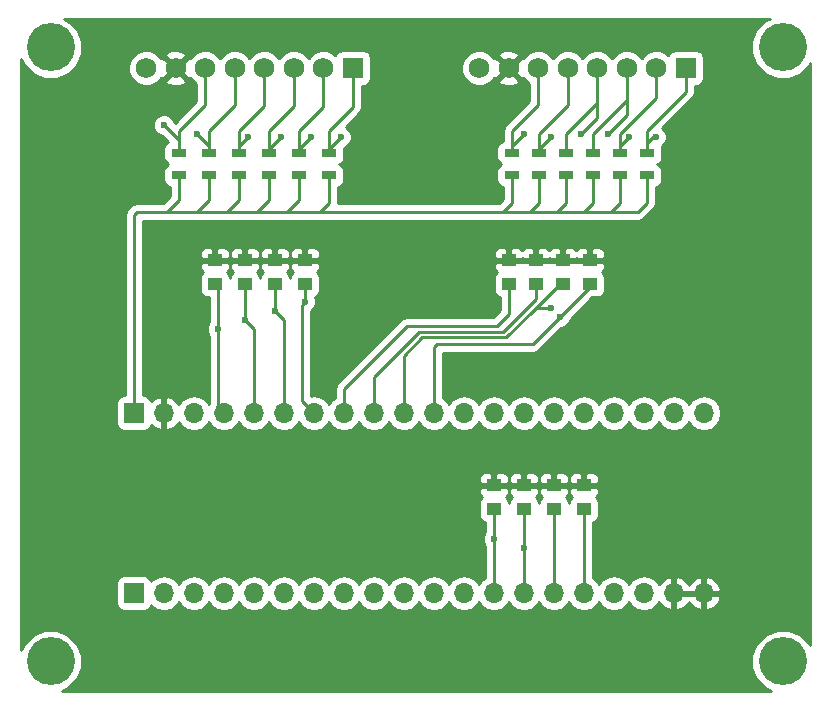
<source format=gbr>
G04 #@! TF.FileFunction,Copper,L1,Top,Signal*
%FSLAX46Y46*%
G04 Gerber Fmt 4.6, Leading zero omitted, Abs format (unit mm)*
G04 Created by KiCad (PCBNEW 4.0.5-e0-6337~49~ubuntu16.04.1) date Thu Feb 16 22:53:25 2017*
%MOMM*%
%LPD*%
G01*
G04 APERTURE LIST*
%ADD10C,0.100000*%
%ADD11C,4.064000*%
%ADD12R,1.250000X1.000000*%
%ADD13R,1.750000X1.750000*%
%ADD14C,1.750000*%
%ADD15R,1.700000X1.700000*%
%ADD16O,1.700000X1.700000*%
%ADD17R,1.300000X0.700000*%
%ADD18C,0.600000*%
%ADD19C,0.250000*%
%ADD20C,0.254000*%
G04 APERTURE END LIST*
D10*
D11*
X116908000Y-79256000D03*
X178908000Y-79256000D03*
X116908000Y-131256000D03*
X178908000Y-131256000D03*
D12*
X157988000Y-97298000D03*
X157988000Y-99298000D03*
X155702000Y-97298000D03*
X155702000Y-99298000D03*
X162560000Y-97298000D03*
X162560000Y-99298000D03*
X160274000Y-97298000D03*
X160274000Y-99298000D03*
X138430000Y-97298000D03*
X138430000Y-99298000D03*
X135890000Y-97298000D03*
X135890000Y-99298000D03*
X133350000Y-97298000D03*
X133350000Y-99298000D03*
X130810000Y-97298000D03*
X130810000Y-99298000D03*
X154432000Y-116348000D03*
X154432000Y-118348000D03*
X156972000Y-116348000D03*
X156972000Y-118348000D03*
X159512000Y-116348000D03*
X159512000Y-118348000D03*
X162052000Y-116348000D03*
X162052000Y-118348000D03*
D13*
X170688000Y-81026000D03*
D14*
X168188000Y-81026000D03*
X165688000Y-81026000D03*
X163188000Y-81026000D03*
X160688000Y-81026000D03*
X158188000Y-81026000D03*
X155688000Y-81026000D03*
X153188000Y-81026000D03*
D13*
X142494000Y-81026000D03*
D14*
X139994000Y-81026000D03*
X137494000Y-81026000D03*
X134994000Y-81026000D03*
X132494000Y-81026000D03*
X129994000Y-81026000D03*
X127494000Y-81026000D03*
X124994000Y-81026000D03*
D15*
X123952000Y-125476000D03*
D16*
X126492000Y-125476000D03*
X129032000Y-125476000D03*
X131572000Y-125476000D03*
X134112000Y-125476000D03*
X136652000Y-125476000D03*
X139192000Y-125476000D03*
X141732000Y-125476000D03*
X144272000Y-125476000D03*
X146812000Y-125476000D03*
X149352000Y-125476000D03*
X151892000Y-125476000D03*
X154432000Y-125476000D03*
X156972000Y-125476000D03*
X159512000Y-125476000D03*
X162052000Y-125476000D03*
X164592000Y-125476000D03*
X167132000Y-125476000D03*
X169672000Y-125476000D03*
X172212000Y-125476000D03*
D15*
X123952000Y-110236000D03*
D16*
X126492000Y-110236000D03*
X129032000Y-110236000D03*
X131572000Y-110236000D03*
X134112000Y-110236000D03*
X136652000Y-110236000D03*
X139192000Y-110236000D03*
X141732000Y-110236000D03*
X144272000Y-110236000D03*
X146812000Y-110236000D03*
X149352000Y-110236000D03*
X151892000Y-110236000D03*
X154432000Y-110236000D03*
X156972000Y-110236000D03*
X159512000Y-110236000D03*
X162052000Y-110236000D03*
X164592000Y-110236000D03*
X167132000Y-110236000D03*
X169672000Y-110236000D03*
X172212000Y-110236000D03*
D17*
X167386000Y-88204000D03*
X167386000Y-90104000D03*
X165100000Y-88204000D03*
X165100000Y-90104000D03*
X162814000Y-88204000D03*
X162814000Y-90104000D03*
X160528000Y-88204000D03*
X160528000Y-90104000D03*
X140462000Y-88204000D03*
X140462000Y-90104000D03*
X137922000Y-88204000D03*
X137922000Y-90104000D03*
X135382000Y-88204000D03*
X135382000Y-90104000D03*
X132842000Y-88204000D03*
X132842000Y-90104000D03*
X158242000Y-88204000D03*
X158242000Y-90104000D03*
X155956000Y-88204000D03*
X155956000Y-90104000D03*
X130302000Y-88204000D03*
X130302000Y-90104000D03*
X127762000Y-88204000D03*
X127762000Y-90104000D03*
D18*
X168148000Y-86868000D03*
X165862000Y-86868000D03*
X164084000Y-86614000D03*
X160020000Y-102108000D03*
X161798000Y-86614000D03*
X159258000Y-101346000D03*
X138430000Y-100838000D03*
X141478000Y-86868000D03*
X135890000Y-101600000D03*
X138938000Y-86868000D03*
X133350000Y-102362000D03*
X136398000Y-86868000D03*
X133604000Y-86868000D03*
X131064000Y-103124000D03*
X154432000Y-120904000D03*
X159258000Y-86868000D03*
X129286000Y-86614000D03*
X126492000Y-85852000D03*
X156972000Y-86614000D03*
X156972000Y-121666000D03*
D19*
X167386000Y-87376000D02*
X167894000Y-86868000D01*
X167894000Y-86868000D02*
X168148000Y-86868000D01*
X167386000Y-88204000D02*
X167386000Y-87376000D01*
X157988000Y-99298000D02*
X157988000Y-100584000D01*
X157988000Y-100584000D02*
X155194000Y-103378000D01*
X155194000Y-103378000D02*
X148082000Y-103378000D01*
X148082000Y-103378000D02*
X144272000Y-107188000D01*
X144272000Y-107188000D02*
X144272000Y-110236000D01*
X167386000Y-88204000D02*
X167386000Y-86360000D01*
X170688000Y-83058000D02*
X170688000Y-81026000D01*
X167386000Y-86360000D02*
X170688000Y-83058000D01*
X165100000Y-87630000D02*
X165862000Y-86868000D01*
X165100000Y-88204000D02*
X165100000Y-87630000D01*
X141732000Y-110236000D02*
X141732000Y-108204000D01*
X141732000Y-108204000D02*
X147066000Y-102870000D01*
X147066000Y-102870000D02*
X154686000Y-102870000D01*
X154686000Y-102870000D02*
X155702000Y-101854000D01*
X155702000Y-101854000D02*
X155702000Y-99298000D01*
X165100000Y-88204000D02*
X165100000Y-86614000D01*
X168188000Y-83526000D02*
X168188000Y-81026000D01*
X165100000Y-86614000D02*
X168188000Y-83526000D01*
X165688000Y-85010000D02*
X164084000Y-86614000D01*
X165688000Y-83566000D02*
X165688000Y-85010000D01*
X162560000Y-99298000D02*
X162560000Y-99568000D01*
X162560000Y-99568000D02*
X160020000Y-102108000D01*
X160020000Y-102108000D02*
X157734000Y-104394000D01*
X149352000Y-104648000D02*
X149352000Y-110236000D01*
X149606000Y-104394000D02*
X149352000Y-104648000D01*
X157734000Y-104394000D02*
X149606000Y-104394000D01*
X162814000Y-88204000D02*
X162814000Y-86614000D01*
X165688000Y-83740000D02*
X165688000Y-83566000D01*
X165688000Y-83566000D02*
X165688000Y-81026000D01*
X162814000Y-86614000D02*
X165688000Y-83740000D01*
X159258000Y-101346000D02*
X157988000Y-101346000D01*
X163188000Y-85224000D02*
X161798000Y-86614000D01*
X163188000Y-83820000D02*
X163188000Y-85224000D01*
X157988000Y-101346000D02*
X157734000Y-101600000D01*
X160274000Y-99298000D02*
X160036000Y-99298000D01*
X160036000Y-99298000D02*
X157734000Y-101600000D01*
X157734000Y-101600000D02*
X155505998Y-103828002D01*
X146812000Y-105410000D02*
X146812000Y-110236000D01*
X148393998Y-103828002D02*
X146812000Y-105410000D01*
X155505998Y-103828002D02*
X148393998Y-103828002D01*
X160528000Y-88204000D02*
X160528000Y-86614000D01*
X163188000Y-83954000D02*
X163188000Y-83820000D01*
X163188000Y-83820000D02*
X163188000Y-81026000D01*
X160528000Y-86614000D02*
X163188000Y-83954000D01*
X138430000Y-99298000D02*
X138430000Y-100838000D01*
X138430000Y-100838000D02*
X138176000Y-101092000D01*
X138176000Y-101092000D02*
X138176000Y-109220000D01*
X138176000Y-109220000D02*
X139192000Y-110236000D01*
X141478000Y-86868000D02*
X140462000Y-87884000D01*
X140462000Y-88204000D02*
X140462000Y-87884000D01*
X140462000Y-88204000D02*
X140462000Y-88138000D01*
X140462000Y-88204000D02*
X140462000Y-86360000D01*
X142494000Y-84328000D02*
X142494000Y-81026000D01*
X140462000Y-86360000D02*
X142494000Y-84328000D01*
X135890000Y-99298000D02*
X135890000Y-101600000D01*
X135890000Y-101600000D02*
X136652000Y-102362000D01*
X136652000Y-102362000D02*
X136652000Y-110236000D01*
X138938000Y-86868000D02*
X137922000Y-87884000D01*
X137922000Y-88204000D02*
X137922000Y-87884000D01*
X137922000Y-88204000D02*
X137922000Y-86360000D01*
X139994000Y-84288000D02*
X139994000Y-81026000D01*
X137922000Y-86360000D02*
X139994000Y-84288000D01*
X133350000Y-99298000D02*
X133350000Y-102362000D01*
X133350000Y-102362000D02*
X134112000Y-103124000D01*
X134112000Y-103124000D02*
X134112000Y-110236000D01*
X136398000Y-86868000D02*
X135382000Y-87884000D01*
X135382000Y-88204000D02*
X135382000Y-87884000D01*
X135382000Y-88204000D02*
X135382000Y-86360000D01*
X137494000Y-84248000D02*
X137494000Y-81026000D01*
X135382000Y-86360000D02*
X137494000Y-84248000D01*
X131064000Y-103124000D02*
X131064000Y-109728000D01*
X131064000Y-109728000D02*
X131572000Y-110236000D01*
X131064000Y-99552000D02*
X131064000Y-103124000D01*
X132842000Y-87630000D02*
X132842000Y-88204000D01*
X132842000Y-87630000D02*
X133604000Y-86868000D01*
X131064000Y-99552000D02*
X130810000Y-99298000D01*
X132842000Y-88204000D02*
X132842000Y-86360000D01*
X132842000Y-86360000D02*
X134994000Y-84208000D01*
X134994000Y-84208000D02*
X134994000Y-81026000D01*
X158242000Y-88204000D02*
X158242000Y-87884000D01*
X158242000Y-87884000D02*
X159258000Y-86868000D01*
X154432000Y-125476000D02*
X154432000Y-120904000D01*
X154432000Y-120904000D02*
X154432000Y-118348000D01*
X158242000Y-88204000D02*
X158242000Y-86614000D01*
X160688000Y-84168000D02*
X160688000Y-81026000D01*
X158242000Y-86614000D02*
X160688000Y-84168000D01*
X159512000Y-125476000D02*
X159512000Y-118348000D01*
X130302000Y-87630000D02*
X129286000Y-86614000D01*
X130302000Y-88204000D02*
X130302000Y-87630000D01*
X130302000Y-87630000D02*
X130302000Y-86360000D01*
X132494000Y-84168000D02*
X132494000Y-81026000D01*
X130302000Y-86360000D02*
X132494000Y-84168000D01*
X162052000Y-125476000D02*
X162052000Y-118348000D01*
X127762000Y-87122000D02*
X126492000Y-85852000D01*
X127762000Y-88204000D02*
X127762000Y-87122000D01*
X127762000Y-88204000D02*
X127762000Y-87376000D01*
X127762000Y-87376000D02*
X127762000Y-88204000D01*
X127762000Y-88204000D02*
X127762000Y-86360000D01*
X129994000Y-84128000D02*
X129994000Y-81026000D01*
X127762000Y-86360000D02*
X129994000Y-84128000D01*
X155956000Y-87630000D02*
X156972000Y-86614000D01*
X155956000Y-88204000D02*
X155956000Y-87630000D01*
X156972000Y-125476000D02*
X156972000Y-121666000D01*
X156972000Y-121666000D02*
X156972000Y-118348000D01*
X155956000Y-88204000D02*
X155956000Y-86360000D01*
X158188000Y-84128000D02*
X158188000Y-81026000D01*
X155956000Y-86360000D02*
X158188000Y-84128000D01*
X127762000Y-90104000D02*
X127762000Y-92202000D01*
X126746000Y-93218000D02*
X127000000Y-93218000D01*
X127762000Y-92202000D02*
X126746000Y-93218000D01*
X130302000Y-90104000D02*
X130302000Y-92202000D01*
X129286000Y-93218000D02*
X129540000Y-93218000D01*
X130302000Y-92202000D02*
X129286000Y-93218000D01*
X132842000Y-90104000D02*
X132842000Y-92202000D01*
X132842000Y-92202000D02*
X131826000Y-93218000D01*
X135382000Y-90104000D02*
X135382000Y-92202000D01*
X135382000Y-92202000D02*
X134366000Y-93218000D01*
X137922000Y-90104000D02*
X137922000Y-92202000D01*
X137922000Y-92202000D02*
X136906000Y-93218000D01*
X140462000Y-90104000D02*
X140462000Y-92456000D01*
X140462000Y-92456000D02*
X139700000Y-93218000D01*
X155956000Y-90104000D02*
X155956000Y-92456000D01*
X155956000Y-92456000D02*
X155194000Y-93218000D01*
X158242000Y-90104000D02*
X158242000Y-92456000D01*
X158242000Y-92456000D02*
X157480000Y-93218000D01*
X160528000Y-90104000D02*
X160528000Y-92456000D01*
X159766000Y-93218000D02*
X160020000Y-93218000D01*
X160528000Y-92456000D02*
X159766000Y-93218000D01*
X162814000Y-90104000D02*
X162814000Y-92456000D01*
X162814000Y-92456000D02*
X162052000Y-93218000D01*
X165100000Y-90104000D02*
X165100000Y-92456000D01*
X164338000Y-93218000D02*
X164084000Y-93218000D01*
X165100000Y-92456000D02*
X164338000Y-93218000D01*
X167386000Y-90104000D02*
X167386000Y-92456000D01*
X123952000Y-93472000D02*
X123952000Y-110236000D01*
X124206000Y-93218000D02*
X123952000Y-93472000D01*
X166624000Y-93218000D02*
X164084000Y-93218000D01*
X164084000Y-93218000D02*
X162052000Y-93218000D01*
X162052000Y-93218000D02*
X160020000Y-93218000D01*
X160020000Y-93218000D02*
X157480000Y-93218000D01*
X157480000Y-93218000D02*
X155194000Y-93218000D01*
X155194000Y-93218000D02*
X139700000Y-93218000D01*
X139700000Y-93218000D02*
X136906000Y-93218000D01*
X136906000Y-93218000D02*
X134366000Y-93218000D01*
X134366000Y-93218000D02*
X131826000Y-93218000D01*
X131826000Y-93218000D02*
X129540000Y-93218000D01*
X129540000Y-93218000D02*
X127000000Y-93218000D01*
X127000000Y-93218000D02*
X124206000Y-93218000D01*
X167386000Y-92456000D02*
X166624000Y-93218000D01*
D20*
G36*
X177399239Y-76993709D02*
X176648345Y-77743293D01*
X176241464Y-78723173D01*
X176240538Y-79784172D01*
X176645709Y-80764761D01*
X177395293Y-81515655D01*
X178375173Y-81922536D01*
X179436172Y-81923462D01*
X180416761Y-81518291D01*
X181167655Y-80768707D01*
X181229000Y-80620972D01*
X181229000Y-129889326D01*
X181170291Y-129747239D01*
X180420707Y-128996345D01*
X179440827Y-128589464D01*
X178379828Y-128588538D01*
X177399239Y-128993709D01*
X176648345Y-129743293D01*
X176241464Y-130723173D01*
X176240538Y-131784172D01*
X176645709Y-132764761D01*
X177395293Y-133515655D01*
X177913902Y-133731000D01*
X117901966Y-133731000D01*
X118416761Y-133518291D01*
X119167655Y-132768707D01*
X119574536Y-131788827D01*
X119575462Y-130727828D01*
X119170291Y-129747239D01*
X118420707Y-128996345D01*
X117440827Y-128589464D01*
X116379828Y-128588538D01*
X115399239Y-128993709D01*
X114648345Y-129743293D01*
X114427000Y-130276352D01*
X114427000Y-124626000D01*
X122454560Y-124626000D01*
X122454560Y-126326000D01*
X122498838Y-126561317D01*
X122637910Y-126777441D01*
X122850110Y-126922431D01*
X123102000Y-126973440D01*
X124802000Y-126973440D01*
X125037317Y-126929162D01*
X125253441Y-126790090D01*
X125398431Y-126577890D01*
X125412086Y-126510459D01*
X125441946Y-126555147D01*
X125923715Y-126877054D01*
X126492000Y-126990093D01*
X127060285Y-126877054D01*
X127542054Y-126555147D01*
X127762000Y-126225974D01*
X127981946Y-126555147D01*
X128463715Y-126877054D01*
X129032000Y-126990093D01*
X129600285Y-126877054D01*
X130082054Y-126555147D01*
X130302000Y-126225974D01*
X130521946Y-126555147D01*
X131003715Y-126877054D01*
X131572000Y-126990093D01*
X132140285Y-126877054D01*
X132622054Y-126555147D01*
X132842000Y-126225974D01*
X133061946Y-126555147D01*
X133543715Y-126877054D01*
X134112000Y-126990093D01*
X134680285Y-126877054D01*
X135162054Y-126555147D01*
X135382000Y-126225974D01*
X135601946Y-126555147D01*
X136083715Y-126877054D01*
X136652000Y-126990093D01*
X137220285Y-126877054D01*
X137702054Y-126555147D01*
X137922000Y-126225974D01*
X138141946Y-126555147D01*
X138623715Y-126877054D01*
X139192000Y-126990093D01*
X139760285Y-126877054D01*
X140242054Y-126555147D01*
X140462000Y-126225974D01*
X140681946Y-126555147D01*
X141163715Y-126877054D01*
X141732000Y-126990093D01*
X142300285Y-126877054D01*
X142782054Y-126555147D01*
X143002000Y-126225974D01*
X143221946Y-126555147D01*
X143703715Y-126877054D01*
X144272000Y-126990093D01*
X144840285Y-126877054D01*
X145322054Y-126555147D01*
X145542000Y-126225974D01*
X145761946Y-126555147D01*
X146243715Y-126877054D01*
X146812000Y-126990093D01*
X147380285Y-126877054D01*
X147862054Y-126555147D01*
X148082000Y-126225974D01*
X148301946Y-126555147D01*
X148783715Y-126877054D01*
X149352000Y-126990093D01*
X149920285Y-126877054D01*
X150402054Y-126555147D01*
X150622000Y-126225974D01*
X150841946Y-126555147D01*
X151323715Y-126877054D01*
X151892000Y-126990093D01*
X152460285Y-126877054D01*
X152942054Y-126555147D01*
X153162000Y-126225974D01*
X153381946Y-126555147D01*
X153863715Y-126877054D01*
X154432000Y-126990093D01*
X155000285Y-126877054D01*
X155482054Y-126555147D01*
X155702000Y-126225974D01*
X155921946Y-126555147D01*
X156403715Y-126877054D01*
X156972000Y-126990093D01*
X157540285Y-126877054D01*
X158022054Y-126555147D01*
X158242000Y-126225974D01*
X158461946Y-126555147D01*
X158943715Y-126877054D01*
X159512000Y-126990093D01*
X160080285Y-126877054D01*
X160562054Y-126555147D01*
X160782000Y-126225974D01*
X161001946Y-126555147D01*
X161483715Y-126877054D01*
X162052000Y-126990093D01*
X162620285Y-126877054D01*
X163102054Y-126555147D01*
X163322000Y-126225974D01*
X163541946Y-126555147D01*
X164023715Y-126877054D01*
X164592000Y-126990093D01*
X165160285Y-126877054D01*
X165642054Y-126555147D01*
X165862000Y-126225974D01*
X166081946Y-126555147D01*
X166563715Y-126877054D01*
X167132000Y-126990093D01*
X167700285Y-126877054D01*
X168182054Y-126555147D01*
X168409702Y-126214447D01*
X168476817Y-126357358D01*
X168905076Y-126747645D01*
X169315110Y-126917476D01*
X169545000Y-126796155D01*
X169545000Y-125603000D01*
X169799000Y-125603000D01*
X169799000Y-126796155D01*
X170028890Y-126917476D01*
X170438924Y-126747645D01*
X170867183Y-126357358D01*
X170942000Y-126198046D01*
X171016817Y-126357358D01*
X171445076Y-126747645D01*
X171855110Y-126917476D01*
X172085000Y-126796155D01*
X172085000Y-125603000D01*
X172339000Y-125603000D01*
X172339000Y-126796155D01*
X172568890Y-126917476D01*
X172978924Y-126747645D01*
X173407183Y-126357358D01*
X173653486Y-125832892D01*
X173532819Y-125603000D01*
X172339000Y-125603000D01*
X172085000Y-125603000D01*
X169799000Y-125603000D01*
X169545000Y-125603000D01*
X169525000Y-125603000D01*
X169525000Y-125349000D01*
X169545000Y-125349000D01*
X169545000Y-124155845D01*
X169799000Y-124155845D01*
X169799000Y-125349000D01*
X172085000Y-125349000D01*
X172085000Y-124155845D01*
X172339000Y-124155845D01*
X172339000Y-125349000D01*
X173532819Y-125349000D01*
X173653486Y-125119108D01*
X173407183Y-124594642D01*
X172978924Y-124204355D01*
X172568890Y-124034524D01*
X172339000Y-124155845D01*
X172085000Y-124155845D01*
X171855110Y-124034524D01*
X171445076Y-124204355D01*
X171016817Y-124594642D01*
X170942000Y-124753954D01*
X170867183Y-124594642D01*
X170438924Y-124204355D01*
X170028890Y-124034524D01*
X169799000Y-124155845D01*
X169545000Y-124155845D01*
X169315110Y-124034524D01*
X168905076Y-124204355D01*
X168476817Y-124594642D01*
X168409702Y-124737553D01*
X168182054Y-124396853D01*
X167700285Y-124074946D01*
X167132000Y-123961907D01*
X166563715Y-124074946D01*
X166081946Y-124396853D01*
X165862000Y-124726026D01*
X165642054Y-124396853D01*
X165160285Y-124074946D01*
X164592000Y-123961907D01*
X164023715Y-124074946D01*
X163541946Y-124396853D01*
X163322000Y-124726026D01*
X163102054Y-124396853D01*
X162812000Y-124203046D01*
X162812000Y-119470038D01*
X162912317Y-119451162D01*
X163128441Y-119312090D01*
X163273431Y-119099890D01*
X163324440Y-118848000D01*
X163324440Y-117848000D01*
X163280162Y-117612683D01*
X163141090Y-117396559D01*
X163072994Y-117350031D01*
X163215327Y-117207698D01*
X163312000Y-116974309D01*
X163312000Y-116633750D01*
X163153250Y-116475000D01*
X162179000Y-116475000D01*
X162179000Y-116495000D01*
X161925000Y-116495000D01*
X161925000Y-116475000D01*
X160950750Y-116475000D01*
X160792000Y-116633750D01*
X160792000Y-116974309D01*
X160888673Y-117207698D01*
X161029910Y-117348936D01*
X160975559Y-117383910D01*
X160830569Y-117596110D01*
X160782090Y-117835509D01*
X160740162Y-117612683D01*
X160601090Y-117396559D01*
X160532994Y-117350031D01*
X160675327Y-117207698D01*
X160772000Y-116974309D01*
X160772000Y-116633750D01*
X160613250Y-116475000D01*
X159639000Y-116475000D01*
X159639000Y-116495000D01*
X159385000Y-116495000D01*
X159385000Y-116475000D01*
X158410750Y-116475000D01*
X158252000Y-116633750D01*
X158252000Y-116974309D01*
X158348673Y-117207698D01*
X158489910Y-117348936D01*
X158435559Y-117383910D01*
X158290569Y-117596110D01*
X158242090Y-117835509D01*
X158200162Y-117612683D01*
X158061090Y-117396559D01*
X157992994Y-117350031D01*
X158135327Y-117207698D01*
X158232000Y-116974309D01*
X158232000Y-116633750D01*
X158073250Y-116475000D01*
X157099000Y-116475000D01*
X157099000Y-116495000D01*
X156845000Y-116495000D01*
X156845000Y-116475000D01*
X155870750Y-116475000D01*
X155712000Y-116633750D01*
X155712000Y-116974309D01*
X155808673Y-117207698D01*
X155949910Y-117348936D01*
X155895559Y-117383910D01*
X155750569Y-117596110D01*
X155702090Y-117835509D01*
X155660162Y-117612683D01*
X155521090Y-117396559D01*
X155452994Y-117350031D01*
X155595327Y-117207698D01*
X155692000Y-116974309D01*
X155692000Y-116633750D01*
X155533250Y-116475000D01*
X154559000Y-116475000D01*
X154559000Y-116495000D01*
X154305000Y-116495000D01*
X154305000Y-116475000D01*
X153330750Y-116475000D01*
X153172000Y-116633750D01*
X153172000Y-116974309D01*
X153268673Y-117207698D01*
X153409910Y-117348936D01*
X153355559Y-117383910D01*
X153210569Y-117596110D01*
X153159560Y-117848000D01*
X153159560Y-118848000D01*
X153203838Y-119083317D01*
X153342910Y-119299441D01*
X153555110Y-119444431D01*
X153672000Y-119468102D01*
X153672000Y-120341537D01*
X153639808Y-120373673D01*
X153497162Y-120717201D01*
X153496838Y-121089167D01*
X153638883Y-121432943D01*
X153672000Y-121466118D01*
X153672000Y-124203046D01*
X153381946Y-124396853D01*
X153162000Y-124726026D01*
X152942054Y-124396853D01*
X152460285Y-124074946D01*
X151892000Y-123961907D01*
X151323715Y-124074946D01*
X150841946Y-124396853D01*
X150622000Y-124726026D01*
X150402054Y-124396853D01*
X149920285Y-124074946D01*
X149352000Y-123961907D01*
X148783715Y-124074946D01*
X148301946Y-124396853D01*
X148082000Y-124726026D01*
X147862054Y-124396853D01*
X147380285Y-124074946D01*
X146812000Y-123961907D01*
X146243715Y-124074946D01*
X145761946Y-124396853D01*
X145542000Y-124726026D01*
X145322054Y-124396853D01*
X144840285Y-124074946D01*
X144272000Y-123961907D01*
X143703715Y-124074946D01*
X143221946Y-124396853D01*
X143002000Y-124726026D01*
X142782054Y-124396853D01*
X142300285Y-124074946D01*
X141732000Y-123961907D01*
X141163715Y-124074946D01*
X140681946Y-124396853D01*
X140462000Y-124726026D01*
X140242054Y-124396853D01*
X139760285Y-124074946D01*
X139192000Y-123961907D01*
X138623715Y-124074946D01*
X138141946Y-124396853D01*
X137922000Y-124726026D01*
X137702054Y-124396853D01*
X137220285Y-124074946D01*
X136652000Y-123961907D01*
X136083715Y-124074946D01*
X135601946Y-124396853D01*
X135382000Y-124726026D01*
X135162054Y-124396853D01*
X134680285Y-124074946D01*
X134112000Y-123961907D01*
X133543715Y-124074946D01*
X133061946Y-124396853D01*
X132842000Y-124726026D01*
X132622054Y-124396853D01*
X132140285Y-124074946D01*
X131572000Y-123961907D01*
X131003715Y-124074946D01*
X130521946Y-124396853D01*
X130302000Y-124726026D01*
X130082054Y-124396853D01*
X129600285Y-124074946D01*
X129032000Y-123961907D01*
X128463715Y-124074946D01*
X127981946Y-124396853D01*
X127762000Y-124726026D01*
X127542054Y-124396853D01*
X127060285Y-124074946D01*
X126492000Y-123961907D01*
X125923715Y-124074946D01*
X125441946Y-124396853D01*
X125414150Y-124438452D01*
X125405162Y-124390683D01*
X125266090Y-124174559D01*
X125053890Y-124029569D01*
X124802000Y-123978560D01*
X123102000Y-123978560D01*
X122866683Y-124022838D01*
X122650559Y-124161910D01*
X122505569Y-124374110D01*
X122454560Y-124626000D01*
X114427000Y-124626000D01*
X114427000Y-115721691D01*
X153172000Y-115721691D01*
X153172000Y-116062250D01*
X153330750Y-116221000D01*
X154305000Y-116221000D01*
X154305000Y-115371750D01*
X154559000Y-115371750D01*
X154559000Y-116221000D01*
X155533250Y-116221000D01*
X155692000Y-116062250D01*
X155692000Y-115721691D01*
X155712000Y-115721691D01*
X155712000Y-116062250D01*
X155870750Y-116221000D01*
X156845000Y-116221000D01*
X156845000Y-115371750D01*
X157099000Y-115371750D01*
X157099000Y-116221000D01*
X158073250Y-116221000D01*
X158232000Y-116062250D01*
X158232000Y-115721691D01*
X158252000Y-115721691D01*
X158252000Y-116062250D01*
X158410750Y-116221000D01*
X159385000Y-116221000D01*
X159385000Y-115371750D01*
X159639000Y-115371750D01*
X159639000Y-116221000D01*
X160613250Y-116221000D01*
X160772000Y-116062250D01*
X160772000Y-115721691D01*
X160792000Y-115721691D01*
X160792000Y-116062250D01*
X160950750Y-116221000D01*
X161925000Y-116221000D01*
X161925000Y-115371750D01*
X162179000Y-115371750D01*
X162179000Y-116221000D01*
X163153250Y-116221000D01*
X163312000Y-116062250D01*
X163312000Y-115721691D01*
X163215327Y-115488302D01*
X163036699Y-115309673D01*
X162803310Y-115213000D01*
X162337750Y-115213000D01*
X162179000Y-115371750D01*
X161925000Y-115371750D01*
X161766250Y-115213000D01*
X161300690Y-115213000D01*
X161067301Y-115309673D01*
X160888673Y-115488302D01*
X160792000Y-115721691D01*
X160772000Y-115721691D01*
X160675327Y-115488302D01*
X160496699Y-115309673D01*
X160263310Y-115213000D01*
X159797750Y-115213000D01*
X159639000Y-115371750D01*
X159385000Y-115371750D01*
X159226250Y-115213000D01*
X158760690Y-115213000D01*
X158527301Y-115309673D01*
X158348673Y-115488302D01*
X158252000Y-115721691D01*
X158232000Y-115721691D01*
X158135327Y-115488302D01*
X157956699Y-115309673D01*
X157723310Y-115213000D01*
X157257750Y-115213000D01*
X157099000Y-115371750D01*
X156845000Y-115371750D01*
X156686250Y-115213000D01*
X156220690Y-115213000D01*
X155987301Y-115309673D01*
X155808673Y-115488302D01*
X155712000Y-115721691D01*
X155692000Y-115721691D01*
X155595327Y-115488302D01*
X155416699Y-115309673D01*
X155183310Y-115213000D01*
X154717750Y-115213000D01*
X154559000Y-115371750D01*
X154305000Y-115371750D01*
X154146250Y-115213000D01*
X153680690Y-115213000D01*
X153447301Y-115309673D01*
X153268673Y-115488302D01*
X153172000Y-115721691D01*
X114427000Y-115721691D01*
X114427000Y-109386000D01*
X122454560Y-109386000D01*
X122454560Y-111086000D01*
X122498838Y-111321317D01*
X122637910Y-111537441D01*
X122850110Y-111682431D01*
X123102000Y-111733440D01*
X124802000Y-111733440D01*
X125037317Y-111689162D01*
X125253441Y-111550090D01*
X125398431Y-111337890D01*
X125420301Y-111229893D01*
X125725076Y-111507645D01*
X126135110Y-111677476D01*
X126365000Y-111556155D01*
X126365000Y-110363000D01*
X126345000Y-110363000D01*
X126345000Y-110109000D01*
X126365000Y-110109000D01*
X126365000Y-108915845D01*
X126619000Y-108915845D01*
X126619000Y-110109000D01*
X126639000Y-110109000D01*
X126639000Y-110363000D01*
X126619000Y-110363000D01*
X126619000Y-111556155D01*
X126848890Y-111677476D01*
X127258924Y-111507645D01*
X127687183Y-111117358D01*
X127754298Y-110974447D01*
X127981946Y-111315147D01*
X128463715Y-111637054D01*
X129032000Y-111750093D01*
X129600285Y-111637054D01*
X130082054Y-111315147D01*
X130302000Y-110985974D01*
X130521946Y-111315147D01*
X131003715Y-111637054D01*
X131572000Y-111750093D01*
X132140285Y-111637054D01*
X132622054Y-111315147D01*
X132842000Y-110985974D01*
X133061946Y-111315147D01*
X133543715Y-111637054D01*
X134112000Y-111750093D01*
X134680285Y-111637054D01*
X135162054Y-111315147D01*
X135382000Y-110985974D01*
X135601946Y-111315147D01*
X136083715Y-111637054D01*
X136652000Y-111750093D01*
X137220285Y-111637054D01*
X137702054Y-111315147D01*
X137922000Y-110985974D01*
X138141946Y-111315147D01*
X138623715Y-111637054D01*
X139192000Y-111750093D01*
X139760285Y-111637054D01*
X140242054Y-111315147D01*
X140462000Y-110985974D01*
X140681946Y-111315147D01*
X141163715Y-111637054D01*
X141732000Y-111750093D01*
X142300285Y-111637054D01*
X142782054Y-111315147D01*
X143002000Y-110985974D01*
X143221946Y-111315147D01*
X143703715Y-111637054D01*
X144272000Y-111750093D01*
X144840285Y-111637054D01*
X145322054Y-111315147D01*
X145542000Y-110985974D01*
X145761946Y-111315147D01*
X146243715Y-111637054D01*
X146812000Y-111750093D01*
X147380285Y-111637054D01*
X147862054Y-111315147D01*
X148082000Y-110985974D01*
X148301946Y-111315147D01*
X148783715Y-111637054D01*
X149352000Y-111750093D01*
X149920285Y-111637054D01*
X150402054Y-111315147D01*
X150622000Y-110985974D01*
X150841946Y-111315147D01*
X151323715Y-111637054D01*
X151892000Y-111750093D01*
X152460285Y-111637054D01*
X152942054Y-111315147D01*
X153162000Y-110985974D01*
X153381946Y-111315147D01*
X153863715Y-111637054D01*
X154432000Y-111750093D01*
X155000285Y-111637054D01*
X155482054Y-111315147D01*
X155702000Y-110985974D01*
X155921946Y-111315147D01*
X156403715Y-111637054D01*
X156972000Y-111750093D01*
X157540285Y-111637054D01*
X158022054Y-111315147D01*
X158242000Y-110985974D01*
X158461946Y-111315147D01*
X158943715Y-111637054D01*
X159512000Y-111750093D01*
X160080285Y-111637054D01*
X160562054Y-111315147D01*
X160782000Y-110985974D01*
X161001946Y-111315147D01*
X161483715Y-111637054D01*
X162052000Y-111750093D01*
X162620285Y-111637054D01*
X163102054Y-111315147D01*
X163322000Y-110985974D01*
X163541946Y-111315147D01*
X164023715Y-111637054D01*
X164592000Y-111750093D01*
X165160285Y-111637054D01*
X165642054Y-111315147D01*
X165862000Y-110985974D01*
X166081946Y-111315147D01*
X166563715Y-111637054D01*
X167132000Y-111750093D01*
X167700285Y-111637054D01*
X168182054Y-111315147D01*
X168402000Y-110985974D01*
X168621946Y-111315147D01*
X169103715Y-111637054D01*
X169672000Y-111750093D01*
X170240285Y-111637054D01*
X170722054Y-111315147D01*
X170942000Y-110985974D01*
X171161946Y-111315147D01*
X171643715Y-111637054D01*
X172212000Y-111750093D01*
X172780285Y-111637054D01*
X173262054Y-111315147D01*
X173583961Y-110833378D01*
X173697000Y-110265093D01*
X173697000Y-110206907D01*
X173583961Y-109638622D01*
X173262054Y-109156853D01*
X172780285Y-108834946D01*
X172212000Y-108721907D01*
X171643715Y-108834946D01*
X171161946Y-109156853D01*
X170942000Y-109486026D01*
X170722054Y-109156853D01*
X170240285Y-108834946D01*
X169672000Y-108721907D01*
X169103715Y-108834946D01*
X168621946Y-109156853D01*
X168402000Y-109486026D01*
X168182054Y-109156853D01*
X167700285Y-108834946D01*
X167132000Y-108721907D01*
X166563715Y-108834946D01*
X166081946Y-109156853D01*
X165862000Y-109486026D01*
X165642054Y-109156853D01*
X165160285Y-108834946D01*
X164592000Y-108721907D01*
X164023715Y-108834946D01*
X163541946Y-109156853D01*
X163322000Y-109486026D01*
X163102054Y-109156853D01*
X162620285Y-108834946D01*
X162052000Y-108721907D01*
X161483715Y-108834946D01*
X161001946Y-109156853D01*
X160782000Y-109486026D01*
X160562054Y-109156853D01*
X160080285Y-108834946D01*
X159512000Y-108721907D01*
X158943715Y-108834946D01*
X158461946Y-109156853D01*
X158242000Y-109486026D01*
X158022054Y-109156853D01*
X157540285Y-108834946D01*
X156972000Y-108721907D01*
X156403715Y-108834946D01*
X155921946Y-109156853D01*
X155702000Y-109486026D01*
X155482054Y-109156853D01*
X155000285Y-108834946D01*
X154432000Y-108721907D01*
X153863715Y-108834946D01*
X153381946Y-109156853D01*
X153162000Y-109486026D01*
X152942054Y-109156853D01*
X152460285Y-108834946D01*
X151892000Y-108721907D01*
X151323715Y-108834946D01*
X150841946Y-109156853D01*
X150622000Y-109486026D01*
X150402054Y-109156853D01*
X150112000Y-108963046D01*
X150112000Y-105154000D01*
X157734000Y-105154000D01*
X158024839Y-105096148D01*
X158271401Y-104931401D01*
X160159680Y-103043122D01*
X160205167Y-103043162D01*
X160548943Y-102901117D01*
X160812192Y-102638327D01*
X160954838Y-102294799D01*
X160954879Y-102247923D01*
X162757362Y-100445440D01*
X163185000Y-100445440D01*
X163420317Y-100401162D01*
X163636441Y-100262090D01*
X163781431Y-100049890D01*
X163832440Y-99798000D01*
X163832440Y-98798000D01*
X163788162Y-98562683D01*
X163649090Y-98346559D01*
X163580994Y-98300031D01*
X163723327Y-98157698D01*
X163820000Y-97924309D01*
X163820000Y-97583750D01*
X163661250Y-97425000D01*
X162687000Y-97425000D01*
X162687000Y-97445000D01*
X162433000Y-97445000D01*
X162433000Y-97425000D01*
X161458750Y-97425000D01*
X161417000Y-97466750D01*
X161375250Y-97425000D01*
X160401000Y-97425000D01*
X160401000Y-97445000D01*
X160147000Y-97445000D01*
X160147000Y-97425000D01*
X159172750Y-97425000D01*
X159131000Y-97466750D01*
X159089250Y-97425000D01*
X158115000Y-97425000D01*
X158115000Y-97445000D01*
X157861000Y-97445000D01*
X157861000Y-97425000D01*
X156886750Y-97425000D01*
X156845000Y-97466750D01*
X156803250Y-97425000D01*
X155829000Y-97425000D01*
X155829000Y-97445000D01*
X155575000Y-97445000D01*
X155575000Y-97425000D01*
X154600750Y-97425000D01*
X154442000Y-97583750D01*
X154442000Y-97924309D01*
X154538673Y-98157698D01*
X154679910Y-98298936D01*
X154625559Y-98333910D01*
X154480569Y-98546110D01*
X154429560Y-98798000D01*
X154429560Y-99798000D01*
X154473838Y-100033317D01*
X154612910Y-100249441D01*
X154825110Y-100394431D01*
X154942000Y-100418102D01*
X154942000Y-101539198D01*
X154371198Y-102110000D01*
X147066000Y-102110000D01*
X146775161Y-102167852D01*
X146528599Y-102332599D01*
X141194599Y-107666599D01*
X141029852Y-107913161D01*
X140972000Y-108204000D01*
X140972000Y-108963046D01*
X140681946Y-109156853D01*
X140462000Y-109486026D01*
X140242054Y-109156853D01*
X139760285Y-108834946D01*
X139192000Y-108721907D01*
X138936000Y-108772829D01*
X138936000Y-101640597D01*
X138958943Y-101631117D01*
X139222192Y-101368327D01*
X139364838Y-101024799D01*
X139365162Y-100652833D01*
X139263276Y-100406250D01*
X139290317Y-100401162D01*
X139506441Y-100262090D01*
X139651431Y-100049890D01*
X139702440Y-99798000D01*
X139702440Y-98798000D01*
X139658162Y-98562683D01*
X139519090Y-98346559D01*
X139450994Y-98300031D01*
X139593327Y-98157698D01*
X139690000Y-97924309D01*
X139690000Y-97583750D01*
X139531250Y-97425000D01*
X138557000Y-97425000D01*
X138557000Y-97445000D01*
X138303000Y-97445000D01*
X138303000Y-97425000D01*
X137328750Y-97425000D01*
X137170000Y-97583750D01*
X137170000Y-97924309D01*
X137266673Y-98157698D01*
X137407910Y-98298936D01*
X137353559Y-98333910D01*
X137208569Y-98546110D01*
X137160090Y-98785509D01*
X137118162Y-98562683D01*
X136979090Y-98346559D01*
X136910994Y-98300031D01*
X137053327Y-98157698D01*
X137150000Y-97924309D01*
X137150000Y-97583750D01*
X136991250Y-97425000D01*
X136017000Y-97425000D01*
X136017000Y-97445000D01*
X135763000Y-97445000D01*
X135763000Y-97425000D01*
X134788750Y-97425000D01*
X134630000Y-97583750D01*
X134630000Y-97924309D01*
X134726673Y-98157698D01*
X134867910Y-98298936D01*
X134813559Y-98333910D01*
X134668569Y-98546110D01*
X134620090Y-98785509D01*
X134578162Y-98562683D01*
X134439090Y-98346559D01*
X134370994Y-98300031D01*
X134513327Y-98157698D01*
X134610000Y-97924309D01*
X134610000Y-97583750D01*
X134451250Y-97425000D01*
X133477000Y-97425000D01*
X133477000Y-97445000D01*
X133223000Y-97445000D01*
X133223000Y-97425000D01*
X132248750Y-97425000D01*
X132090000Y-97583750D01*
X132090000Y-97924309D01*
X132186673Y-98157698D01*
X132327910Y-98298936D01*
X132273559Y-98333910D01*
X132128569Y-98546110D01*
X132080090Y-98785509D01*
X132038162Y-98562683D01*
X131899090Y-98346559D01*
X131830994Y-98300031D01*
X131973327Y-98157698D01*
X132070000Y-97924309D01*
X132070000Y-97583750D01*
X131911250Y-97425000D01*
X130937000Y-97425000D01*
X130937000Y-97445000D01*
X130683000Y-97445000D01*
X130683000Y-97425000D01*
X129708750Y-97425000D01*
X129550000Y-97583750D01*
X129550000Y-97924309D01*
X129646673Y-98157698D01*
X129787910Y-98298936D01*
X129733559Y-98333910D01*
X129588569Y-98546110D01*
X129537560Y-98798000D01*
X129537560Y-99798000D01*
X129581838Y-100033317D01*
X129720910Y-100249441D01*
X129933110Y-100394431D01*
X130185000Y-100445440D01*
X130304000Y-100445440D01*
X130304000Y-102561537D01*
X130271808Y-102593673D01*
X130129162Y-102937201D01*
X130128838Y-103309167D01*
X130270883Y-103652943D01*
X130304000Y-103686118D01*
X130304000Y-109483033D01*
X130302000Y-109486026D01*
X130082054Y-109156853D01*
X129600285Y-108834946D01*
X129032000Y-108721907D01*
X128463715Y-108834946D01*
X127981946Y-109156853D01*
X127754298Y-109497553D01*
X127687183Y-109354642D01*
X127258924Y-108964355D01*
X126848890Y-108794524D01*
X126619000Y-108915845D01*
X126365000Y-108915845D01*
X126135110Y-108794524D01*
X125725076Y-108964355D01*
X125422063Y-109240501D01*
X125405162Y-109150683D01*
X125266090Y-108934559D01*
X125053890Y-108789569D01*
X124802000Y-108738560D01*
X124712000Y-108738560D01*
X124712000Y-96671691D01*
X129550000Y-96671691D01*
X129550000Y-97012250D01*
X129708750Y-97171000D01*
X130683000Y-97171000D01*
X130683000Y-96321750D01*
X130937000Y-96321750D01*
X130937000Y-97171000D01*
X131911250Y-97171000D01*
X132070000Y-97012250D01*
X132070000Y-96671691D01*
X132090000Y-96671691D01*
X132090000Y-97012250D01*
X132248750Y-97171000D01*
X133223000Y-97171000D01*
X133223000Y-96321750D01*
X133477000Y-96321750D01*
X133477000Y-97171000D01*
X134451250Y-97171000D01*
X134610000Y-97012250D01*
X134610000Y-96671691D01*
X134630000Y-96671691D01*
X134630000Y-97012250D01*
X134788750Y-97171000D01*
X135763000Y-97171000D01*
X135763000Y-96321750D01*
X136017000Y-96321750D01*
X136017000Y-97171000D01*
X136991250Y-97171000D01*
X137150000Y-97012250D01*
X137150000Y-96671691D01*
X137170000Y-96671691D01*
X137170000Y-97012250D01*
X137328750Y-97171000D01*
X138303000Y-97171000D01*
X138303000Y-96321750D01*
X138557000Y-96321750D01*
X138557000Y-97171000D01*
X139531250Y-97171000D01*
X139690000Y-97012250D01*
X139690000Y-96671691D01*
X154442000Y-96671691D01*
X154442000Y-97012250D01*
X154600750Y-97171000D01*
X155575000Y-97171000D01*
X155575000Y-96321750D01*
X155829000Y-96321750D01*
X155829000Y-97171000D01*
X156803250Y-97171000D01*
X156845000Y-97129250D01*
X156886750Y-97171000D01*
X157861000Y-97171000D01*
X157861000Y-96321750D01*
X158115000Y-96321750D01*
X158115000Y-97171000D01*
X159089250Y-97171000D01*
X159131000Y-97129250D01*
X159172750Y-97171000D01*
X160147000Y-97171000D01*
X160147000Y-96321750D01*
X160401000Y-96321750D01*
X160401000Y-97171000D01*
X161375250Y-97171000D01*
X161417000Y-97129250D01*
X161458750Y-97171000D01*
X162433000Y-97171000D01*
X162433000Y-96321750D01*
X162687000Y-96321750D01*
X162687000Y-97171000D01*
X163661250Y-97171000D01*
X163820000Y-97012250D01*
X163820000Y-96671691D01*
X163723327Y-96438302D01*
X163544699Y-96259673D01*
X163311310Y-96163000D01*
X162845750Y-96163000D01*
X162687000Y-96321750D01*
X162433000Y-96321750D01*
X162274250Y-96163000D01*
X161808690Y-96163000D01*
X161575301Y-96259673D01*
X161417000Y-96417975D01*
X161258699Y-96259673D01*
X161025310Y-96163000D01*
X160559750Y-96163000D01*
X160401000Y-96321750D01*
X160147000Y-96321750D01*
X159988250Y-96163000D01*
X159522690Y-96163000D01*
X159289301Y-96259673D01*
X159131000Y-96417975D01*
X158972699Y-96259673D01*
X158739310Y-96163000D01*
X158273750Y-96163000D01*
X158115000Y-96321750D01*
X157861000Y-96321750D01*
X157702250Y-96163000D01*
X157236690Y-96163000D01*
X157003301Y-96259673D01*
X156845000Y-96417975D01*
X156686699Y-96259673D01*
X156453310Y-96163000D01*
X155987750Y-96163000D01*
X155829000Y-96321750D01*
X155575000Y-96321750D01*
X155416250Y-96163000D01*
X154950690Y-96163000D01*
X154717301Y-96259673D01*
X154538673Y-96438302D01*
X154442000Y-96671691D01*
X139690000Y-96671691D01*
X139593327Y-96438302D01*
X139414699Y-96259673D01*
X139181310Y-96163000D01*
X138715750Y-96163000D01*
X138557000Y-96321750D01*
X138303000Y-96321750D01*
X138144250Y-96163000D01*
X137678690Y-96163000D01*
X137445301Y-96259673D01*
X137266673Y-96438302D01*
X137170000Y-96671691D01*
X137150000Y-96671691D01*
X137053327Y-96438302D01*
X136874699Y-96259673D01*
X136641310Y-96163000D01*
X136175750Y-96163000D01*
X136017000Y-96321750D01*
X135763000Y-96321750D01*
X135604250Y-96163000D01*
X135138690Y-96163000D01*
X134905301Y-96259673D01*
X134726673Y-96438302D01*
X134630000Y-96671691D01*
X134610000Y-96671691D01*
X134513327Y-96438302D01*
X134334699Y-96259673D01*
X134101310Y-96163000D01*
X133635750Y-96163000D01*
X133477000Y-96321750D01*
X133223000Y-96321750D01*
X133064250Y-96163000D01*
X132598690Y-96163000D01*
X132365301Y-96259673D01*
X132186673Y-96438302D01*
X132090000Y-96671691D01*
X132070000Y-96671691D01*
X131973327Y-96438302D01*
X131794699Y-96259673D01*
X131561310Y-96163000D01*
X131095750Y-96163000D01*
X130937000Y-96321750D01*
X130683000Y-96321750D01*
X130524250Y-96163000D01*
X130058690Y-96163000D01*
X129825301Y-96259673D01*
X129646673Y-96438302D01*
X129550000Y-96671691D01*
X124712000Y-96671691D01*
X124712000Y-93978000D01*
X166624000Y-93978000D01*
X166914839Y-93920148D01*
X167161401Y-93755401D01*
X167923401Y-92993401D01*
X168088148Y-92746839D01*
X168146000Y-92456000D01*
X168146000Y-91080742D01*
X168271317Y-91057162D01*
X168487441Y-90918090D01*
X168632431Y-90705890D01*
X168683440Y-90454000D01*
X168683440Y-89754000D01*
X168639162Y-89518683D01*
X168500090Y-89302559D01*
X168287890Y-89157569D01*
X168274803Y-89154919D01*
X168487441Y-89018090D01*
X168632431Y-88805890D01*
X168683440Y-88554000D01*
X168683440Y-87854000D01*
X168649296Y-87672540D01*
X168676943Y-87661117D01*
X168940192Y-87398327D01*
X169082838Y-87054799D01*
X169083162Y-86682833D01*
X168941117Y-86339057D01*
X168711631Y-86109171D01*
X171225401Y-83595401D01*
X171390148Y-83348840D01*
X171448000Y-83058000D01*
X171448000Y-82548440D01*
X171563000Y-82548440D01*
X171798317Y-82504162D01*
X172014441Y-82365090D01*
X172159431Y-82152890D01*
X172210440Y-81901000D01*
X172210440Y-80151000D01*
X172166162Y-79915683D01*
X172027090Y-79699559D01*
X171814890Y-79554569D01*
X171563000Y-79503560D01*
X169813000Y-79503560D01*
X169577683Y-79547838D01*
X169361559Y-79686910D01*
X169216569Y-79899110D01*
X169213214Y-79915676D01*
X169044463Y-79746630D01*
X168489675Y-79516262D01*
X167888960Y-79515738D01*
X167333771Y-79745138D01*
X166937682Y-80140536D01*
X166544463Y-79746630D01*
X165989675Y-79516262D01*
X165388960Y-79515738D01*
X164833771Y-79745138D01*
X164437682Y-80140536D01*
X164044463Y-79746630D01*
X163489675Y-79516262D01*
X162888960Y-79515738D01*
X162333771Y-79745138D01*
X161937682Y-80140536D01*
X161544463Y-79746630D01*
X160989675Y-79516262D01*
X160388960Y-79515738D01*
X159833771Y-79745138D01*
X159437682Y-80140536D01*
X159044463Y-79746630D01*
X158489675Y-79516262D01*
X157888960Y-79515738D01*
X157333771Y-79745138D01*
X156908630Y-80169537D01*
X156899108Y-80192469D01*
X156750060Y-80143545D01*
X155867605Y-81026000D01*
X156750060Y-81908455D01*
X156898648Y-81859682D01*
X156907138Y-81880229D01*
X157331537Y-82305370D01*
X157428000Y-82345425D01*
X157428000Y-83813198D01*
X155418599Y-85822599D01*
X155253852Y-86069161D01*
X155196000Y-86360000D01*
X155196000Y-87227258D01*
X155070683Y-87250838D01*
X154854559Y-87389910D01*
X154709569Y-87602110D01*
X154658560Y-87854000D01*
X154658560Y-88554000D01*
X154702838Y-88789317D01*
X154841910Y-89005441D01*
X155054110Y-89150431D01*
X155067197Y-89153081D01*
X154854559Y-89289910D01*
X154709569Y-89502110D01*
X154658560Y-89754000D01*
X154658560Y-90454000D01*
X154702838Y-90689317D01*
X154841910Y-90905441D01*
X155054110Y-91050431D01*
X155196000Y-91079164D01*
X155196000Y-92141198D01*
X154879198Y-92458000D01*
X141221602Y-92458000D01*
X141222000Y-92456000D01*
X141222000Y-91080742D01*
X141347317Y-91057162D01*
X141563441Y-90918090D01*
X141708431Y-90705890D01*
X141759440Y-90454000D01*
X141759440Y-89754000D01*
X141715162Y-89518683D01*
X141576090Y-89302559D01*
X141363890Y-89157569D01*
X141350803Y-89154919D01*
X141563441Y-89018090D01*
X141708431Y-88805890D01*
X141759440Y-88554000D01*
X141759440Y-87854000D01*
X141743619Y-87769920D01*
X142006943Y-87661117D01*
X142270192Y-87398327D01*
X142412838Y-87054799D01*
X142413162Y-86682833D01*
X142271117Y-86339057D01*
X142008327Y-86075808D01*
X141875958Y-86020844D01*
X143031401Y-84865401D01*
X143196148Y-84618839D01*
X143254000Y-84328000D01*
X143254000Y-82548440D01*
X143369000Y-82548440D01*
X143604317Y-82504162D01*
X143820441Y-82365090D01*
X143965431Y-82152890D01*
X144016440Y-81901000D01*
X144016440Y-81325040D01*
X151677738Y-81325040D01*
X151907138Y-81880229D01*
X152331537Y-82305370D01*
X152886325Y-82535738D01*
X153487040Y-82536262D01*
X154042229Y-82306862D01*
X154261413Y-82088060D01*
X154805545Y-82088060D01*
X154888884Y-82341953D01*
X155453306Y-82547590D01*
X156053458Y-82521579D01*
X156487116Y-82341953D01*
X156570455Y-82088060D01*
X155688000Y-81205605D01*
X154805545Y-82088060D01*
X154261413Y-82088060D01*
X154467370Y-81882463D01*
X154476892Y-81859531D01*
X154625940Y-81908455D01*
X155508395Y-81026000D01*
X154625940Y-80143545D01*
X154477352Y-80192318D01*
X154468862Y-80171771D01*
X154261394Y-79963940D01*
X154805545Y-79963940D01*
X155688000Y-80846395D01*
X156570455Y-79963940D01*
X156487116Y-79710047D01*
X155922694Y-79504410D01*
X155322542Y-79530421D01*
X154888884Y-79710047D01*
X154805545Y-79963940D01*
X154261394Y-79963940D01*
X154044463Y-79746630D01*
X153489675Y-79516262D01*
X152888960Y-79515738D01*
X152333771Y-79745138D01*
X151908630Y-80169537D01*
X151678262Y-80724325D01*
X151677738Y-81325040D01*
X144016440Y-81325040D01*
X144016440Y-80151000D01*
X143972162Y-79915683D01*
X143833090Y-79699559D01*
X143620890Y-79554569D01*
X143369000Y-79503560D01*
X141619000Y-79503560D01*
X141383683Y-79547838D01*
X141167559Y-79686910D01*
X141022569Y-79899110D01*
X141019214Y-79915676D01*
X140850463Y-79746630D01*
X140295675Y-79516262D01*
X139694960Y-79515738D01*
X139139771Y-79745138D01*
X138743682Y-80140536D01*
X138350463Y-79746630D01*
X137795675Y-79516262D01*
X137194960Y-79515738D01*
X136639771Y-79745138D01*
X136243682Y-80140536D01*
X135850463Y-79746630D01*
X135295675Y-79516262D01*
X134694960Y-79515738D01*
X134139771Y-79745138D01*
X133743682Y-80140536D01*
X133350463Y-79746630D01*
X132795675Y-79516262D01*
X132194960Y-79515738D01*
X131639771Y-79745138D01*
X131243682Y-80140536D01*
X130850463Y-79746630D01*
X130295675Y-79516262D01*
X129694960Y-79515738D01*
X129139771Y-79745138D01*
X128714630Y-80169537D01*
X128705108Y-80192469D01*
X128556060Y-80143545D01*
X127673605Y-81026000D01*
X128556060Y-81908455D01*
X128704648Y-81859682D01*
X128713138Y-81880229D01*
X129137537Y-82305370D01*
X129234000Y-82345425D01*
X129234000Y-83813198D01*
X127413479Y-85633719D01*
X127285117Y-85323057D01*
X127022327Y-85059808D01*
X126678799Y-84917162D01*
X126306833Y-84916838D01*
X125963057Y-85058883D01*
X125699808Y-85321673D01*
X125557162Y-85665201D01*
X125556838Y-86037167D01*
X125698883Y-86380943D01*
X125961673Y-86644192D01*
X126305201Y-86786838D01*
X126352077Y-86786879D01*
X126839781Y-87274583D01*
X126660559Y-87389910D01*
X126515569Y-87602110D01*
X126464560Y-87854000D01*
X126464560Y-88554000D01*
X126508838Y-88789317D01*
X126647910Y-89005441D01*
X126860110Y-89150431D01*
X126873197Y-89153081D01*
X126660559Y-89289910D01*
X126515569Y-89502110D01*
X126464560Y-89754000D01*
X126464560Y-90454000D01*
X126508838Y-90689317D01*
X126647910Y-90905441D01*
X126860110Y-91050431D01*
X127002000Y-91079164D01*
X127002000Y-91887198D01*
X126431198Y-92458000D01*
X124206000Y-92458000D01*
X123915160Y-92515852D01*
X123668599Y-92680599D01*
X123414599Y-92934599D01*
X123249852Y-93181161D01*
X123192000Y-93472000D01*
X123192000Y-108738560D01*
X123102000Y-108738560D01*
X122866683Y-108782838D01*
X122650559Y-108921910D01*
X122505569Y-109134110D01*
X122454560Y-109386000D01*
X114427000Y-109386000D01*
X114427000Y-80235445D01*
X114645709Y-80764761D01*
X115395293Y-81515655D01*
X116375173Y-81922536D01*
X117436172Y-81923462D01*
X118416761Y-81518291D01*
X118610349Y-81325040D01*
X123483738Y-81325040D01*
X123713138Y-81880229D01*
X124137537Y-82305370D01*
X124692325Y-82535738D01*
X125293040Y-82536262D01*
X125848229Y-82306862D01*
X126067413Y-82088060D01*
X126611545Y-82088060D01*
X126694884Y-82341953D01*
X127259306Y-82547590D01*
X127859458Y-82521579D01*
X128293116Y-82341953D01*
X128376455Y-82088060D01*
X127494000Y-81205605D01*
X126611545Y-82088060D01*
X126067413Y-82088060D01*
X126273370Y-81882463D01*
X126282892Y-81859531D01*
X126431940Y-81908455D01*
X127314395Y-81026000D01*
X126431940Y-80143545D01*
X126283352Y-80192318D01*
X126274862Y-80171771D01*
X126067394Y-79963940D01*
X126611545Y-79963940D01*
X127494000Y-80846395D01*
X128376455Y-79963940D01*
X128293116Y-79710047D01*
X127728694Y-79504410D01*
X127128542Y-79530421D01*
X126694884Y-79710047D01*
X126611545Y-79963940D01*
X126067394Y-79963940D01*
X125850463Y-79746630D01*
X125295675Y-79516262D01*
X124694960Y-79515738D01*
X124139771Y-79745138D01*
X123714630Y-80169537D01*
X123484262Y-80724325D01*
X123483738Y-81325040D01*
X118610349Y-81325040D01*
X119167655Y-80768707D01*
X119574536Y-79788827D01*
X119575462Y-78727828D01*
X119170291Y-77747239D01*
X118420707Y-76996345D01*
X118032144Y-76835000D01*
X177783344Y-76835000D01*
X177399239Y-76993709D01*
X177399239Y-76993709D01*
G37*
X177399239Y-76993709D02*
X176648345Y-77743293D01*
X176241464Y-78723173D01*
X176240538Y-79784172D01*
X176645709Y-80764761D01*
X177395293Y-81515655D01*
X178375173Y-81922536D01*
X179436172Y-81923462D01*
X180416761Y-81518291D01*
X181167655Y-80768707D01*
X181229000Y-80620972D01*
X181229000Y-129889326D01*
X181170291Y-129747239D01*
X180420707Y-128996345D01*
X179440827Y-128589464D01*
X178379828Y-128588538D01*
X177399239Y-128993709D01*
X176648345Y-129743293D01*
X176241464Y-130723173D01*
X176240538Y-131784172D01*
X176645709Y-132764761D01*
X177395293Y-133515655D01*
X177913902Y-133731000D01*
X117901966Y-133731000D01*
X118416761Y-133518291D01*
X119167655Y-132768707D01*
X119574536Y-131788827D01*
X119575462Y-130727828D01*
X119170291Y-129747239D01*
X118420707Y-128996345D01*
X117440827Y-128589464D01*
X116379828Y-128588538D01*
X115399239Y-128993709D01*
X114648345Y-129743293D01*
X114427000Y-130276352D01*
X114427000Y-124626000D01*
X122454560Y-124626000D01*
X122454560Y-126326000D01*
X122498838Y-126561317D01*
X122637910Y-126777441D01*
X122850110Y-126922431D01*
X123102000Y-126973440D01*
X124802000Y-126973440D01*
X125037317Y-126929162D01*
X125253441Y-126790090D01*
X125398431Y-126577890D01*
X125412086Y-126510459D01*
X125441946Y-126555147D01*
X125923715Y-126877054D01*
X126492000Y-126990093D01*
X127060285Y-126877054D01*
X127542054Y-126555147D01*
X127762000Y-126225974D01*
X127981946Y-126555147D01*
X128463715Y-126877054D01*
X129032000Y-126990093D01*
X129600285Y-126877054D01*
X130082054Y-126555147D01*
X130302000Y-126225974D01*
X130521946Y-126555147D01*
X131003715Y-126877054D01*
X131572000Y-126990093D01*
X132140285Y-126877054D01*
X132622054Y-126555147D01*
X132842000Y-126225974D01*
X133061946Y-126555147D01*
X133543715Y-126877054D01*
X134112000Y-126990093D01*
X134680285Y-126877054D01*
X135162054Y-126555147D01*
X135382000Y-126225974D01*
X135601946Y-126555147D01*
X136083715Y-126877054D01*
X136652000Y-126990093D01*
X137220285Y-126877054D01*
X137702054Y-126555147D01*
X137922000Y-126225974D01*
X138141946Y-126555147D01*
X138623715Y-126877054D01*
X139192000Y-126990093D01*
X139760285Y-126877054D01*
X140242054Y-126555147D01*
X140462000Y-126225974D01*
X140681946Y-126555147D01*
X141163715Y-126877054D01*
X141732000Y-126990093D01*
X142300285Y-126877054D01*
X142782054Y-126555147D01*
X143002000Y-126225974D01*
X143221946Y-126555147D01*
X143703715Y-126877054D01*
X144272000Y-126990093D01*
X144840285Y-126877054D01*
X145322054Y-126555147D01*
X145542000Y-126225974D01*
X145761946Y-126555147D01*
X146243715Y-126877054D01*
X146812000Y-126990093D01*
X147380285Y-126877054D01*
X147862054Y-126555147D01*
X148082000Y-126225974D01*
X148301946Y-126555147D01*
X148783715Y-126877054D01*
X149352000Y-126990093D01*
X149920285Y-126877054D01*
X150402054Y-126555147D01*
X150622000Y-126225974D01*
X150841946Y-126555147D01*
X151323715Y-126877054D01*
X151892000Y-126990093D01*
X152460285Y-126877054D01*
X152942054Y-126555147D01*
X153162000Y-126225974D01*
X153381946Y-126555147D01*
X153863715Y-126877054D01*
X154432000Y-126990093D01*
X155000285Y-126877054D01*
X155482054Y-126555147D01*
X155702000Y-126225974D01*
X155921946Y-126555147D01*
X156403715Y-126877054D01*
X156972000Y-126990093D01*
X157540285Y-126877054D01*
X158022054Y-126555147D01*
X158242000Y-126225974D01*
X158461946Y-126555147D01*
X158943715Y-126877054D01*
X159512000Y-126990093D01*
X160080285Y-126877054D01*
X160562054Y-126555147D01*
X160782000Y-126225974D01*
X161001946Y-126555147D01*
X161483715Y-126877054D01*
X162052000Y-126990093D01*
X162620285Y-126877054D01*
X163102054Y-126555147D01*
X163322000Y-126225974D01*
X163541946Y-126555147D01*
X164023715Y-126877054D01*
X164592000Y-126990093D01*
X165160285Y-126877054D01*
X165642054Y-126555147D01*
X165862000Y-126225974D01*
X166081946Y-126555147D01*
X166563715Y-126877054D01*
X167132000Y-126990093D01*
X167700285Y-126877054D01*
X168182054Y-126555147D01*
X168409702Y-126214447D01*
X168476817Y-126357358D01*
X168905076Y-126747645D01*
X169315110Y-126917476D01*
X169545000Y-126796155D01*
X169545000Y-125603000D01*
X169799000Y-125603000D01*
X169799000Y-126796155D01*
X170028890Y-126917476D01*
X170438924Y-126747645D01*
X170867183Y-126357358D01*
X170942000Y-126198046D01*
X171016817Y-126357358D01*
X171445076Y-126747645D01*
X171855110Y-126917476D01*
X172085000Y-126796155D01*
X172085000Y-125603000D01*
X172339000Y-125603000D01*
X172339000Y-126796155D01*
X172568890Y-126917476D01*
X172978924Y-126747645D01*
X173407183Y-126357358D01*
X173653486Y-125832892D01*
X173532819Y-125603000D01*
X172339000Y-125603000D01*
X172085000Y-125603000D01*
X169799000Y-125603000D01*
X169545000Y-125603000D01*
X169525000Y-125603000D01*
X169525000Y-125349000D01*
X169545000Y-125349000D01*
X169545000Y-124155845D01*
X169799000Y-124155845D01*
X169799000Y-125349000D01*
X172085000Y-125349000D01*
X172085000Y-124155845D01*
X172339000Y-124155845D01*
X172339000Y-125349000D01*
X173532819Y-125349000D01*
X173653486Y-125119108D01*
X173407183Y-124594642D01*
X172978924Y-124204355D01*
X172568890Y-124034524D01*
X172339000Y-124155845D01*
X172085000Y-124155845D01*
X171855110Y-124034524D01*
X171445076Y-124204355D01*
X171016817Y-124594642D01*
X170942000Y-124753954D01*
X170867183Y-124594642D01*
X170438924Y-124204355D01*
X170028890Y-124034524D01*
X169799000Y-124155845D01*
X169545000Y-124155845D01*
X169315110Y-124034524D01*
X168905076Y-124204355D01*
X168476817Y-124594642D01*
X168409702Y-124737553D01*
X168182054Y-124396853D01*
X167700285Y-124074946D01*
X167132000Y-123961907D01*
X166563715Y-124074946D01*
X166081946Y-124396853D01*
X165862000Y-124726026D01*
X165642054Y-124396853D01*
X165160285Y-124074946D01*
X164592000Y-123961907D01*
X164023715Y-124074946D01*
X163541946Y-124396853D01*
X163322000Y-124726026D01*
X163102054Y-124396853D01*
X162812000Y-124203046D01*
X162812000Y-119470038D01*
X162912317Y-119451162D01*
X163128441Y-119312090D01*
X163273431Y-119099890D01*
X163324440Y-118848000D01*
X163324440Y-117848000D01*
X163280162Y-117612683D01*
X163141090Y-117396559D01*
X163072994Y-117350031D01*
X163215327Y-117207698D01*
X163312000Y-116974309D01*
X163312000Y-116633750D01*
X163153250Y-116475000D01*
X162179000Y-116475000D01*
X162179000Y-116495000D01*
X161925000Y-116495000D01*
X161925000Y-116475000D01*
X160950750Y-116475000D01*
X160792000Y-116633750D01*
X160792000Y-116974309D01*
X160888673Y-117207698D01*
X161029910Y-117348936D01*
X160975559Y-117383910D01*
X160830569Y-117596110D01*
X160782090Y-117835509D01*
X160740162Y-117612683D01*
X160601090Y-117396559D01*
X160532994Y-117350031D01*
X160675327Y-117207698D01*
X160772000Y-116974309D01*
X160772000Y-116633750D01*
X160613250Y-116475000D01*
X159639000Y-116475000D01*
X159639000Y-116495000D01*
X159385000Y-116495000D01*
X159385000Y-116475000D01*
X158410750Y-116475000D01*
X158252000Y-116633750D01*
X158252000Y-116974309D01*
X158348673Y-117207698D01*
X158489910Y-117348936D01*
X158435559Y-117383910D01*
X158290569Y-117596110D01*
X158242090Y-117835509D01*
X158200162Y-117612683D01*
X158061090Y-117396559D01*
X157992994Y-117350031D01*
X158135327Y-117207698D01*
X158232000Y-116974309D01*
X158232000Y-116633750D01*
X158073250Y-116475000D01*
X157099000Y-116475000D01*
X157099000Y-116495000D01*
X156845000Y-116495000D01*
X156845000Y-116475000D01*
X155870750Y-116475000D01*
X155712000Y-116633750D01*
X155712000Y-116974309D01*
X155808673Y-117207698D01*
X155949910Y-117348936D01*
X155895559Y-117383910D01*
X155750569Y-117596110D01*
X155702090Y-117835509D01*
X155660162Y-117612683D01*
X155521090Y-117396559D01*
X155452994Y-117350031D01*
X155595327Y-117207698D01*
X155692000Y-116974309D01*
X155692000Y-116633750D01*
X155533250Y-116475000D01*
X154559000Y-116475000D01*
X154559000Y-116495000D01*
X154305000Y-116495000D01*
X154305000Y-116475000D01*
X153330750Y-116475000D01*
X153172000Y-116633750D01*
X153172000Y-116974309D01*
X153268673Y-117207698D01*
X153409910Y-117348936D01*
X153355559Y-117383910D01*
X153210569Y-117596110D01*
X153159560Y-117848000D01*
X153159560Y-118848000D01*
X153203838Y-119083317D01*
X153342910Y-119299441D01*
X153555110Y-119444431D01*
X153672000Y-119468102D01*
X153672000Y-120341537D01*
X153639808Y-120373673D01*
X153497162Y-120717201D01*
X153496838Y-121089167D01*
X153638883Y-121432943D01*
X153672000Y-121466118D01*
X153672000Y-124203046D01*
X153381946Y-124396853D01*
X153162000Y-124726026D01*
X152942054Y-124396853D01*
X152460285Y-124074946D01*
X151892000Y-123961907D01*
X151323715Y-124074946D01*
X150841946Y-124396853D01*
X150622000Y-124726026D01*
X150402054Y-124396853D01*
X149920285Y-124074946D01*
X149352000Y-123961907D01*
X148783715Y-124074946D01*
X148301946Y-124396853D01*
X148082000Y-124726026D01*
X147862054Y-124396853D01*
X147380285Y-124074946D01*
X146812000Y-123961907D01*
X146243715Y-124074946D01*
X145761946Y-124396853D01*
X145542000Y-124726026D01*
X145322054Y-124396853D01*
X144840285Y-124074946D01*
X144272000Y-123961907D01*
X143703715Y-124074946D01*
X143221946Y-124396853D01*
X143002000Y-124726026D01*
X142782054Y-124396853D01*
X142300285Y-124074946D01*
X141732000Y-123961907D01*
X141163715Y-124074946D01*
X140681946Y-124396853D01*
X140462000Y-124726026D01*
X140242054Y-124396853D01*
X139760285Y-124074946D01*
X139192000Y-123961907D01*
X138623715Y-124074946D01*
X138141946Y-124396853D01*
X137922000Y-124726026D01*
X137702054Y-124396853D01*
X137220285Y-124074946D01*
X136652000Y-123961907D01*
X136083715Y-124074946D01*
X135601946Y-124396853D01*
X135382000Y-124726026D01*
X135162054Y-124396853D01*
X134680285Y-124074946D01*
X134112000Y-123961907D01*
X133543715Y-124074946D01*
X133061946Y-124396853D01*
X132842000Y-124726026D01*
X132622054Y-124396853D01*
X132140285Y-124074946D01*
X131572000Y-123961907D01*
X131003715Y-124074946D01*
X130521946Y-124396853D01*
X130302000Y-124726026D01*
X130082054Y-124396853D01*
X129600285Y-124074946D01*
X129032000Y-123961907D01*
X128463715Y-124074946D01*
X127981946Y-124396853D01*
X127762000Y-124726026D01*
X127542054Y-124396853D01*
X127060285Y-124074946D01*
X126492000Y-123961907D01*
X125923715Y-124074946D01*
X125441946Y-124396853D01*
X125414150Y-124438452D01*
X125405162Y-124390683D01*
X125266090Y-124174559D01*
X125053890Y-124029569D01*
X124802000Y-123978560D01*
X123102000Y-123978560D01*
X122866683Y-124022838D01*
X122650559Y-124161910D01*
X122505569Y-124374110D01*
X122454560Y-124626000D01*
X114427000Y-124626000D01*
X114427000Y-115721691D01*
X153172000Y-115721691D01*
X153172000Y-116062250D01*
X153330750Y-116221000D01*
X154305000Y-116221000D01*
X154305000Y-115371750D01*
X154559000Y-115371750D01*
X154559000Y-116221000D01*
X155533250Y-116221000D01*
X155692000Y-116062250D01*
X155692000Y-115721691D01*
X155712000Y-115721691D01*
X155712000Y-116062250D01*
X155870750Y-116221000D01*
X156845000Y-116221000D01*
X156845000Y-115371750D01*
X157099000Y-115371750D01*
X157099000Y-116221000D01*
X158073250Y-116221000D01*
X158232000Y-116062250D01*
X158232000Y-115721691D01*
X158252000Y-115721691D01*
X158252000Y-116062250D01*
X158410750Y-116221000D01*
X159385000Y-116221000D01*
X159385000Y-115371750D01*
X159639000Y-115371750D01*
X159639000Y-116221000D01*
X160613250Y-116221000D01*
X160772000Y-116062250D01*
X160772000Y-115721691D01*
X160792000Y-115721691D01*
X160792000Y-116062250D01*
X160950750Y-116221000D01*
X161925000Y-116221000D01*
X161925000Y-115371750D01*
X162179000Y-115371750D01*
X162179000Y-116221000D01*
X163153250Y-116221000D01*
X163312000Y-116062250D01*
X163312000Y-115721691D01*
X163215327Y-115488302D01*
X163036699Y-115309673D01*
X162803310Y-115213000D01*
X162337750Y-115213000D01*
X162179000Y-115371750D01*
X161925000Y-115371750D01*
X161766250Y-115213000D01*
X161300690Y-115213000D01*
X161067301Y-115309673D01*
X160888673Y-115488302D01*
X160792000Y-115721691D01*
X160772000Y-115721691D01*
X160675327Y-115488302D01*
X160496699Y-115309673D01*
X160263310Y-115213000D01*
X159797750Y-115213000D01*
X159639000Y-115371750D01*
X159385000Y-115371750D01*
X159226250Y-115213000D01*
X158760690Y-115213000D01*
X158527301Y-115309673D01*
X158348673Y-115488302D01*
X158252000Y-115721691D01*
X158232000Y-115721691D01*
X158135327Y-115488302D01*
X157956699Y-115309673D01*
X157723310Y-115213000D01*
X157257750Y-115213000D01*
X157099000Y-115371750D01*
X156845000Y-115371750D01*
X156686250Y-115213000D01*
X156220690Y-115213000D01*
X155987301Y-115309673D01*
X155808673Y-115488302D01*
X155712000Y-115721691D01*
X155692000Y-115721691D01*
X155595327Y-115488302D01*
X155416699Y-115309673D01*
X155183310Y-115213000D01*
X154717750Y-115213000D01*
X154559000Y-115371750D01*
X154305000Y-115371750D01*
X154146250Y-115213000D01*
X153680690Y-115213000D01*
X153447301Y-115309673D01*
X153268673Y-115488302D01*
X153172000Y-115721691D01*
X114427000Y-115721691D01*
X114427000Y-109386000D01*
X122454560Y-109386000D01*
X122454560Y-111086000D01*
X122498838Y-111321317D01*
X122637910Y-111537441D01*
X122850110Y-111682431D01*
X123102000Y-111733440D01*
X124802000Y-111733440D01*
X125037317Y-111689162D01*
X125253441Y-111550090D01*
X125398431Y-111337890D01*
X125420301Y-111229893D01*
X125725076Y-111507645D01*
X126135110Y-111677476D01*
X126365000Y-111556155D01*
X126365000Y-110363000D01*
X126345000Y-110363000D01*
X126345000Y-110109000D01*
X126365000Y-110109000D01*
X126365000Y-108915845D01*
X126619000Y-108915845D01*
X126619000Y-110109000D01*
X126639000Y-110109000D01*
X126639000Y-110363000D01*
X126619000Y-110363000D01*
X126619000Y-111556155D01*
X126848890Y-111677476D01*
X127258924Y-111507645D01*
X127687183Y-111117358D01*
X127754298Y-110974447D01*
X127981946Y-111315147D01*
X128463715Y-111637054D01*
X129032000Y-111750093D01*
X129600285Y-111637054D01*
X130082054Y-111315147D01*
X130302000Y-110985974D01*
X130521946Y-111315147D01*
X131003715Y-111637054D01*
X131572000Y-111750093D01*
X132140285Y-111637054D01*
X132622054Y-111315147D01*
X132842000Y-110985974D01*
X133061946Y-111315147D01*
X133543715Y-111637054D01*
X134112000Y-111750093D01*
X134680285Y-111637054D01*
X135162054Y-111315147D01*
X135382000Y-110985974D01*
X135601946Y-111315147D01*
X136083715Y-111637054D01*
X136652000Y-111750093D01*
X137220285Y-111637054D01*
X137702054Y-111315147D01*
X137922000Y-110985974D01*
X138141946Y-111315147D01*
X138623715Y-111637054D01*
X139192000Y-111750093D01*
X139760285Y-111637054D01*
X140242054Y-111315147D01*
X140462000Y-110985974D01*
X140681946Y-111315147D01*
X141163715Y-111637054D01*
X141732000Y-111750093D01*
X142300285Y-111637054D01*
X142782054Y-111315147D01*
X143002000Y-110985974D01*
X143221946Y-111315147D01*
X143703715Y-111637054D01*
X144272000Y-111750093D01*
X144840285Y-111637054D01*
X145322054Y-111315147D01*
X145542000Y-110985974D01*
X145761946Y-111315147D01*
X146243715Y-111637054D01*
X146812000Y-111750093D01*
X147380285Y-111637054D01*
X147862054Y-111315147D01*
X148082000Y-110985974D01*
X148301946Y-111315147D01*
X148783715Y-111637054D01*
X149352000Y-111750093D01*
X149920285Y-111637054D01*
X150402054Y-111315147D01*
X150622000Y-110985974D01*
X150841946Y-111315147D01*
X151323715Y-111637054D01*
X151892000Y-111750093D01*
X152460285Y-111637054D01*
X152942054Y-111315147D01*
X153162000Y-110985974D01*
X153381946Y-111315147D01*
X153863715Y-111637054D01*
X154432000Y-111750093D01*
X155000285Y-111637054D01*
X155482054Y-111315147D01*
X155702000Y-110985974D01*
X155921946Y-111315147D01*
X156403715Y-111637054D01*
X156972000Y-111750093D01*
X157540285Y-111637054D01*
X158022054Y-111315147D01*
X158242000Y-110985974D01*
X158461946Y-111315147D01*
X158943715Y-111637054D01*
X159512000Y-111750093D01*
X160080285Y-111637054D01*
X160562054Y-111315147D01*
X160782000Y-110985974D01*
X161001946Y-111315147D01*
X161483715Y-111637054D01*
X162052000Y-111750093D01*
X162620285Y-111637054D01*
X163102054Y-111315147D01*
X163322000Y-110985974D01*
X163541946Y-111315147D01*
X164023715Y-111637054D01*
X164592000Y-111750093D01*
X165160285Y-111637054D01*
X165642054Y-111315147D01*
X165862000Y-110985974D01*
X166081946Y-111315147D01*
X166563715Y-111637054D01*
X167132000Y-111750093D01*
X167700285Y-111637054D01*
X168182054Y-111315147D01*
X168402000Y-110985974D01*
X168621946Y-111315147D01*
X169103715Y-111637054D01*
X169672000Y-111750093D01*
X170240285Y-111637054D01*
X170722054Y-111315147D01*
X170942000Y-110985974D01*
X171161946Y-111315147D01*
X171643715Y-111637054D01*
X172212000Y-111750093D01*
X172780285Y-111637054D01*
X173262054Y-111315147D01*
X173583961Y-110833378D01*
X173697000Y-110265093D01*
X173697000Y-110206907D01*
X173583961Y-109638622D01*
X173262054Y-109156853D01*
X172780285Y-108834946D01*
X172212000Y-108721907D01*
X171643715Y-108834946D01*
X171161946Y-109156853D01*
X170942000Y-109486026D01*
X170722054Y-109156853D01*
X170240285Y-108834946D01*
X169672000Y-108721907D01*
X169103715Y-108834946D01*
X168621946Y-109156853D01*
X168402000Y-109486026D01*
X168182054Y-109156853D01*
X167700285Y-108834946D01*
X167132000Y-108721907D01*
X166563715Y-108834946D01*
X166081946Y-109156853D01*
X165862000Y-109486026D01*
X165642054Y-109156853D01*
X165160285Y-108834946D01*
X164592000Y-108721907D01*
X164023715Y-108834946D01*
X163541946Y-109156853D01*
X163322000Y-109486026D01*
X163102054Y-109156853D01*
X162620285Y-108834946D01*
X162052000Y-108721907D01*
X161483715Y-108834946D01*
X161001946Y-109156853D01*
X160782000Y-109486026D01*
X160562054Y-109156853D01*
X160080285Y-108834946D01*
X159512000Y-108721907D01*
X158943715Y-108834946D01*
X158461946Y-109156853D01*
X158242000Y-109486026D01*
X158022054Y-109156853D01*
X157540285Y-108834946D01*
X156972000Y-108721907D01*
X156403715Y-108834946D01*
X155921946Y-109156853D01*
X155702000Y-109486026D01*
X155482054Y-109156853D01*
X155000285Y-108834946D01*
X154432000Y-108721907D01*
X153863715Y-108834946D01*
X153381946Y-109156853D01*
X153162000Y-109486026D01*
X152942054Y-109156853D01*
X152460285Y-108834946D01*
X151892000Y-108721907D01*
X151323715Y-108834946D01*
X150841946Y-109156853D01*
X150622000Y-109486026D01*
X150402054Y-109156853D01*
X150112000Y-108963046D01*
X150112000Y-105154000D01*
X157734000Y-105154000D01*
X158024839Y-105096148D01*
X158271401Y-104931401D01*
X160159680Y-103043122D01*
X160205167Y-103043162D01*
X160548943Y-102901117D01*
X160812192Y-102638327D01*
X160954838Y-102294799D01*
X160954879Y-102247923D01*
X162757362Y-100445440D01*
X163185000Y-100445440D01*
X163420317Y-100401162D01*
X163636441Y-100262090D01*
X163781431Y-100049890D01*
X163832440Y-99798000D01*
X163832440Y-98798000D01*
X163788162Y-98562683D01*
X163649090Y-98346559D01*
X163580994Y-98300031D01*
X163723327Y-98157698D01*
X163820000Y-97924309D01*
X163820000Y-97583750D01*
X163661250Y-97425000D01*
X162687000Y-97425000D01*
X162687000Y-97445000D01*
X162433000Y-97445000D01*
X162433000Y-97425000D01*
X161458750Y-97425000D01*
X161417000Y-97466750D01*
X161375250Y-97425000D01*
X160401000Y-97425000D01*
X160401000Y-97445000D01*
X160147000Y-97445000D01*
X160147000Y-97425000D01*
X159172750Y-97425000D01*
X159131000Y-97466750D01*
X159089250Y-97425000D01*
X158115000Y-97425000D01*
X158115000Y-97445000D01*
X157861000Y-97445000D01*
X157861000Y-97425000D01*
X156886750Y-97425000D01*
X156845000Y-97466750D01*
X156803250Y-97425000D01*
X155829000Y-97425000D01*
X155829000Y-97445000D01*
X155575000Y-97445000D01*
X155575000Y-97425000D01*
X154600750Y-97425000D01*
X154442000Y-97583750D01*
X154442000Y-97924309D01*
X154538673Y-98157698D01*
X154679910Y-98298936D01*
X154625559Y-98333910D01*
X154480569Y-98546110D01*
X154429560Y-98798000D01*
X154429560Y-99798000D01*
X154473838Y-100033317D01*
X154612910Y-100249441D01*
X154825110Y-100394431D01*
X154942000Y-100418102D01*
X154942000Y-101539198D01*
X154371198Y-102110000D01*
X147066000Y-102110000D01*
X146775161Y-102167852D01*
X146528599Y-102332599D01*
X141194599Y-107666599D01*
X141029852Y-107913161D01*
X140972000Y-108204000D01*
X140972000Y-108963046D01*
X140681946Y-109156853D01*
X140462000Y-109486026D01*
X140242054Y-109156853D01*
X139760285Y-108834946D01*
X139192000Y-108721907D01*
X138936000Y-108772829D01*
X138936000Y-101640597D01*
X138958943Y-101631117D01*
X139222192Y-101368327D01*
X139364838Y-101024799D01*
X139365162Y-100652833D01*
X139263276Y-100406250D01*
X139290317Y-100401162D01*
X139506441Y-100262090D01*
X139651431Y-100049890D01*
X139702440Y-99798000D01*
X139702440Y-98798000D01*
X139658162Y-98562683D01*
X139519090Y-98346559D01*
X139450994Y-98300031D01*
X139593327Y-98157698D01*
X139690000Y-97924309D01*
X139690000Y-97583750D01*
X139531250Y-97425000D01*
X138557000Y-97425000D01*
X138557000Y-97445000D01*
X138303000Y-97445000D01*
X138303000Y-97425000D01*
X137328750Y-97425000D01*
X137170000Y-97583750D01*
X137170000Y-97924309D01*
X137266673Y-98157698D01*
X137407910Y-98298936D01*
X137353559Y-98333910D01*
X137208569Y-98546110D01*
X137160090Y-98785509D01*
X137118162Y-98562683D01*
X136979090Y-98346559D01*
X136910994Y-98300031D01*
X137053327Y-98157698D01*
X137150000Y-97924309D01*
X137150000Y-97583750D01*
X136991250Y-97425000D01*
X136017000Y-97425000D01*
X136017000Y-97445000D01*
X135763000Y-97445000D01*
X135763000Y-97425000D01*
X134788750Y-97425000D01*
X134630000Y-97583750D01*
X134630000Y-97924309D01*
X134726673Y-98157698D01*
X134867910Y-98298936D01*
X134813559Y-98333910D01*
X134668569Y-98546110D01*
X134620090Y-98785509D01*
X134578162Y-98562683D01*
X134439090Y-98346559D01*
X134370994Y-98300031D01*
X134513327Y-98157698D01*
X134610000Y-97924309D01*
X134610000Y-97583750D01*
X134451250Y-97425000D01*
X133477000Y-97425000D01*
X133477000Y-97445000D01*
X133223000Y-97445000D01*
X133223000Y-97425000D01*
X132248750Y-97425000D01*
X132090000Y-97583750D01*
X132090000Y-97924309D01*
X132186673Y-98157698D01*
X132327910Y-98298936D01*
X132273559Y-98333910D01*
X132128569Y-98546110D01*
X132080090Y-98785509D01*
X132038162Y-98562683D01*
X131899090Y-98346559D01*
X131830994Y-98300031D01*
X131973327Y-98157698D01*
X132070000Y-97924309D01*
X132070000Y-97583750D01*
X131911250Y-97425000D01*
X130937000Y-97425000D01*
X130937000Y-97445000D01*
X130683000Y-97445000D01*
X130683000Y-97425000D01*
X129708750Y-97425000D01*
X129550000Y-97583750D01*
X129550000Y-97924309D01*
X129646673Y-98157698D01*
X129787910Y-98298936D01*
X129733559Y-98333910D01*
X129588569Y-98546110D01*
X129537560Y-98798000D01*
X129537560Y-99798000D01*
X129581838Y-100033317D01*
X129720910Y-100249441D01*
X129933110Y-100394431D01*
X130185000Y-100445440D01*
X130304000Y-100445440D01*
X130304000Y-102561537D01*
X130271808Y-102593673D01*
X130129162Y-102937201D01*
X130128838Y-103309167D01*
X130270883Y-103652943D01*
X130304000Y-103686118D01*
X130304000Y-109483033D01*
X130302000Y-109486026D01*
X130082054Y-109156853D01*
X129600285Y-108834946D01*
X129032000Y-108721907D01*
X128463715Y-108834946D01*
X127981946Y-109156853D01*
X127754298Y-109497553D01*
X127687183Y-109354642D01*
X127258924Y-108964355D01*
X126848890Y-108794524D01*
X126619000Y-108915845D01*
X126365000Y-108915845D01*
X126135110Y-108794524D01*
X125725076Y-108964355D01*
X125422063Y-109240501D01*
X125405162Y-109150683D01*
X125266090Y-108934559D01*
X125053890Y-108789569D01*
X124802000Y-108738560D01*
X124712000Y-108738560D01*
X124712000Y-96671691D01*
X129550000Y-96671691D01*
X129550000Y-97012250D01*
X129708750Y-97171000D01*
X130683000Y-97171000D01*
X130683000Y-96321750D01*
X130937000Y-96321750D01*
X130937000Y-97171000D01*
X131911250Y-97171000D01*
X132070000Y-97012250D01*
X132070000Y-96671691D01*
X132090000Y-96671691D01*
X132090000Y-97012250D01*
X132248750Y-97171000D01*
X133223000Y-97171000D01*
X133223000Y-96321750D01*
X133477000Y-96321750D01*
X133477000Y-97171000D01*
X134451250Y-97171000D01*
X134610000Y-97012250D01*
X134610000Y-96671691D01*
X134630000Y-96671691D01*
X134630000Y-97012250D01*
X134788750Y-97171000D01*
X135763000Y-97171000D01*
X135763000Y-96321750D01*
X136017000Y-96321750D01*
X136017000Y-97171000D01*
X136991250Y-97171000D01*
X137150000Y-97012250D01*
X137150000Y-96671691D01*
X137170000Y-96671691D01*
X137170000Y-97012250D01*
X137328750Y-97171000D01*
X138303000Y-97171000D01*
X138303000Y-96321750D01*
X138557000Y-96321750D01*
X138557000Y-97171000D01*
X139531250Y-97171000D01*
X139690000Y-97012250D01*
X139690000Y-96671691D01*
X154442000Y-96671691D01*
X154442000Y-97012250D01*
X154600750Y-97171000D01*
X155575000Y-97171000D01*
X155575000Y-96321750D01*
X155829000Y-96321750D01*
X155829000Y-97171000D01*
X156803250Y-97171000D01*
X156845000Y-97129250D01*
X156886750Y-97171000D01*
X157861000Y-97171000D01*
X157861000Y-96321750D01*
X158115000Y-96321750D01*
X158115000Y-97171000D01*
X159089250Y-97171000D01*
X159131000Y-97129250D01*
X159172750Y-97171000D01*
X160147000Y-97171000D01*
X160147000Y-96321750D01*
X160401000Y-96321750D01*
X160401000Y-97171000D01*
X161375250Y-97171000D01*
X161417000Y-97129250D01*
X161458750Y-97171000D01*
X162433000Y-97171000D01*
X162433000Y-96321750D01*
X162687000Y-96321750D01*
X162687000Y-97171000D01*
X163661250Y-97171000D01*
X163820000Y-97012250D01*
X163820000Y-96671691D01*
X163723327Y-96438302D01*
X163544699Y-96259673D01*
X163311310Y-96163000D01*
X162845750Y-96163000D01*
X162687000Y-96321750D01*
X162433000Y-96321750D01*
X162274250Y-96163000D01*
X161808690Y-96163000D01*
X161575301Y-96259673D01*
X161417000Y-96417975D01*
X161258699Y-96259673D01*
X161025310Y-96163000D01*
X160559750Y-96163000D01*
X160401000Y-96321750D01*
X160147000Y-96321750D01*
X159988250Y-96163000D01*
X159522690Y-96163000D01*
X159289301Y-96259673D01*
X159131000Y-96417975D01*
X158972699Y-96259673D01*
X158739310Y-96163000D01*
X158273750Y-96163000D01*
X158115000Y-96321750D01*
X157861000Y-96321750D01*
X157702250Y-96163000D01*
X157236690Y-96163000D01*
X157003301Y-96259673D01*
X156845000Y-96417975D01*
X156686699Y-96259673D01*
X156453310Y-96163000D01*
X155987750Y-96163000D01*
X155829000Y-96321750D01*
X155575000Y-96321750D01*
X155416250Y-96163000D01*
X154950690Y-96163000D01*
X154717301Y-96259673D01*
X154538673Y-96438302D01*
X154442000Y-96671691D01*
X139690000Y-96671691D01*
X139593327Y-96438302D01*
X139414699Y-96259673D01*
X139181310Y-96163000D01*
X138715750Y-96163000D01*
X138557000Y-96321750D01*
X138303000Y-96321750D01*
X138144250Y-96163000D01*
X137678690Y-96163000D01*
X137445301Y-96259673D01*
X137266673Y-96438302D01*
X137170000Y-96671691D01*
X137150000Y-96671691D01*
X137053327Y-96438302D01*
X136874699Y-96259673D01*
X136641310Y-96163000D01*
X136175750Y-96163000D01*
X136017000Y-96321750D01*
X135763000Y-96321750D01*
X135604250Y-96163000D01*
X135138690Y-96163000D01*
X134905301Y-96259673D01*
X134726673Y-96438302D01*
X134630000Y-96671691D01*
X134610000Y-96671691D01*
X134513327Y-96438302D01*
X134334699Y-96259673D01*
X134101310Y-96163000D01*
X133635750Y-96163000D01*
X133477000Y-96321750D01*
X133223000Y-96321750D01*
X133064250Y-96163000D01*
X132598690Y-96163000D01*
X132365301Y-96259673D01*
X132186673Y-96438302D01*
X132090000Y-96671691D01*
X132070000Y-96671691D01*
X131973327Y-96438302D01*
X131794699Y-96259673D01*
X131561310Y-96163000D01*
X131095750Y-96163000D01*
X130937000Y-96321750D01*
X130683000Y-96321750D01*
X130524250Y-96163000D01*
X130058690Y-96163000D01*
X129825301Y-96259673D01*
X129646673Y-96438302D01*
X129550000Y-96671691D01*
X124712000Y-96671691D01*
X124712000Y-93978000D01*
X166624000Y-93978000D01*
X166914839Y-93920148D01*
X167161401Y-93755401D01*
X167923401Y-92993401D01*
X168088148Y-92746839D01*
X168146000Y-92456000D01*
X168146000Y-91080742D01*
X168271317Y-91057162D01*
X168487441Y-90918090D01*
X168632431Y-90705890D01*
X168683440Y-90454000D01*
X168683440Y-89754000D01*
X168639162Y-89518683D01*
X168500090Y-89302559D01*
X168287890Y-89157569D01*
X168274803Y-89154919D01*
X168487441Y-89018090D01*
X168632431Y-88805890D01*
X168683440Y-88554000D01*
X168683440Y-87854000D01*
X168649296Y-87672540D01*
X168676943Y-87661117D01*
X168940192Y-87398327D01*
X169082838Y-87054799D01*
X169083162Y-86682833D01*
X168941117Y-86339057D01*
X168711631Y-86109171D01*
X171225401Y-83595401D01*
X171390148Y-83348840D01*
X171448000Y-83058000D01*
X171448000Y-82548440D01*
X171563000Y-82548440D01*
X171798317Y-82504162D01*
X172014441Y-82365090D01*
X172159431Y-82152890D01*
X172210440Y-81901000D01*
X172210440Y-80151000D01*
X172166162Y-79915683D01*
X172027090Y-79699559D01*
X171814890Y-79554569D01*
X171563000Y-79503560D01*
X169813000Y-79503560D01*
X169577683Y-79547838D01*
X169361559Y-79686910D01*
X169216569Y-79899110D01*
X169213214Y-79915676D01*
X169044463Y-79746630D01*
X168489675Y-79516262D01*
X167888960Y-79515738D01*
X167333771Y-79745138D01*
X166937682Y-80140536D01*
X166544463Y-79746630D01*
X165989675Y-79516262D01*
X165388960Y-79515738D01*
X164833771Y-79745138D01*
X164437682Y-80140536D01*
X164044463Y-79746630D01*
X163489675Y-79516262D01*
X162888960Y-79515738D01*
X162333771Y-79745138D01*
X161937682Y-80140536D01*
X161544463Y-79746630D01*
X160989675Y-79516262D01*
X160388960Y-79515738D01*
X159833771Y-79745138D01*
X159437682Y-80140536D01*
X159044463Y-79746630D01*
X158489675Y-79516262D01*
X157888960Y-79515738D01*
X157333771Y-79745138D01*
X156908630Y-80169537D01*
X156899108Y-80192469D01*
X156750060Y-80143545D01*
X155867605Y-81026000D01*
X156750060Y-81908455D01*
X156898648Y-81859682D01*
X156907138Y-81880229D01*
X157331537Y-82305370D01*
X157428000Y-82345425D01*
X157428000Y-83813198D01*
X155418599Y-85822599D01*
X155253852Y-86069161D01*
X155196000Y-86360000D01*
X155196000Y-87227258D01*
X155070683Y-87250838D01*
X154854559Y-87389910D01*
X154709569Y-87602110D01*
X154658560Y-87854000D01*
X154658560Y-88554000D01*
X154702838Y-88789317D01*
X154841910Y-89005441D01*
X155054110Y-89150431D01*
X155067197Y-89153081D01*
X154854559Y-89289910D01*
X154709569Y-89502110D01*
X154658560Y-89754000D01*
X154658560Y-90454000D01*
X154702838Y-90689317D01*
X154841910Y-90905441D01*
X155054110Y-91050431D01*
X155196000Y-91079164D01*
X155196000Y-92141198D01*
X154879198Y-92458000D01*
X141221602Y-92458000D01*
X141222000Y-92456000D01*
X141222000Y-91080742D01*
X141347317Y-91057162D01*
X141563441Y-90918090D01*
X141708431Y-90705890D01*
X141759440Y-90454000D01*
X141759440Y-89754000D01*
X141715162Y-89518683D01*
X141576090Y-89302559D01*
X141363890Y-89157569D01*
X141350803Y-89154919D01*
X141563441Y-89018090D01*
X141708431Y-88805890D01*
X141759440Y-88554000D01*
X141759440Y-87854000D01*
X141743619Y-87769920D01*
X142006943Y-87661117D01*
X142270192Y-87398327D01*
X142412838Y-87054799D01*
X142413162Y-86682833D01*
X142271117Y-86339057D01*
X142008327Y-86075808D01*
X141875958Y-86020844D01*
X143031401Y-84865401D01*
X143196148Y-84618839D01*
X143254000Y-84328000D01*
X143254000Y-82548440D01*
X143369000Y-82548440D01*
X143604317Y-82504162D01*
X143820441Y-82365090D01*
X143965431Y-82152890D01*
X144016440Y-81901000D01*
X144016440Y-81325040D01*
X151677738Y-81325040D01*
X151907138Y-81880229D01*
X152331537Y-82305370D01*
X152886325Y-82535738D01*
X153487040Y-82536262D01*
X154042229Y-82306862D01*
X154261413Y-82088060D01*
X154805545Y-82088060D01*
X154888884Y-82341953D01*
X155453306Y-82547590D01*
X156053458Y-82521579D01*
X156487116Y-82341953D01*
X156570455Y-82088060D01*
X155688000Y-81205605D01*
X154805545Y-82088060D01*
X154261413Y-82088060D01*
X154467370Y-81882463D01*
X154476892Y-81859531D01*
X154625940Y-81908455D01*
X155508395Y-81026000D01*
X154625940Y-80143545D01*
X154477352Y-80192318D01*
X154468862Y-80171771D01*
X154261394Y-79963940D01*
X154805545Y-79963940D01*
X155688000Y-80846395D01*
X156570455Y-79963940D01*
X156487116Y-79710047D01*
X155922694Y-79504410D01*
X155322542Y-79530421D01*
X154888884Y-79710047D01*
X154805545Y-79963940D01*
X154261394Y-79963940D01*
X154044463Y-79746630D01*
X153489675Y-79516262D01*
X152888960Y-79515738D01*
X152333771Y-79745138D01*
X151908630Y-80169537D01*
X151678262Y-80724325D01*
X151677738Y-81325040D01*
X144016440Y-81325040D01*
X144016440Y-80151000D01*
X143972162Y-79915683D01*
X143833090Y-79699559D01*
X143620890Y-79554569D01*
X143369000Y-79503560D01*
X141619000Y-79503560D01*
X141383683Y-79547838D01*
X141167559Y-79686910D01*
X141022569Y-79899110D01*
X141019214Y-79915676D01*
X140850463Y-79746630D01*
X140295675Y-79516262D01*
X139694960Y-79515738D01*
X139139771Y-79745138D01*
X138743682Y-80140536D01*
X138350463Y-79746630D01*
X137795675Y-79516262D01*
X137194960Y-79515738D01*
X136639771Y-79745138D01*
X136243682Y-80140536D01*
X135850463Y-79746630D01*
X135295675Y-79516262D01*
X134694960Y-79515738D01*
X134139771Y-79745138D01*
X133743682Y-80140536D01*
X133350463Y-79746630D01*
X132795675Y-79516262D01*
X132194960Y-79515738D01*
X131639771Y-79745138D01*
X131243682Y-80140536D01*
X130850463Y-79746630D01*
X130295675Y-79516262D01*
X129694960Y-79515738D01*
X129139771Y-79745138D01*
X128714630Y-80169537D01*
X128705108Y-80192469D01*
X128556060Y-80143545D01*
X127673605Y-81026000D01*
X128556060Y-81908455D01*
X128704648Y-81859682D01*
X128713138Y-81880229D01*
X129137537Y-82305370D01*
X129234000Y-82345425D01*
X129234000Y-83813198D01*
X127413479Y-85633719D01*
X127285117Y-85323057D01*
X127022327Y-85059808D01*
X126678799Y-84917162D01*
X126306833Y-84916838D01*
X125963057Y-85058883D01*
X125699808Y-85321673D01*
X125557162Y-85665201D01*
X125556838Y-86037167D01*
X125698883Y-86380943D01*
X125961673Y-86644192D01*
X126305201Y-86786838D01*
X126352077Y-86786879D01*
X126839781Y-87274583D01*
X126660559Y-87389910D01*
X126515569Y-87602110D01*
X126464560Y-87854000D01*
X126464560Y-88554000D01*
X126508838Y-88789317D01*
X126647910Y-89005441D01*
X126860110Y-89150431D01*
X126873197Y-89153081D01*
X126660559Y-89289910D01*
X126515569Y-89502110D01*
X126464560Y-89754000D01*
X126464560Y-90454000D01*
X126508838Y-90689317D01*
X126647910Y-90905441D01*
X126860110Y-91050431D01*
X127002000Y-91079164D01*
X127002000Y-91887198D01*
X126431198Y-92458000D01*
X124206000Y-92458000D01*
X123915160Y-92515852D01*
X123668599Y-92680599D01*
X123414599Y-92934599D01*
X123249852Y-93181161D01*
X123192000Y-93472000D01*
X123192000Y-108738560D01*
X123102000Y-108738560D01*
X122866683Y-108782838D01*
X122650559Y-108921910D01*
X122505569Y-109134110D01*
X122454560Y-109386000D01*
X114427000Y-109386000D01*
X114427000Y-80235445D01*
X114645709Y-80764761D01*
X115395293Y-81515655D01*
X116375173Y-81922536D01*
X117436172Y-81923462D01*
X118416761Y-81518291D01*
X118610349Y-81325040D01*
X123483738Y-81325040D01*
X123713138Y-81880229D01*
X124137537Y-82305370D01*
X124692325Y-82535738D01*
X125293040Y-82536262D01*
X125848229Y-82306862D01*
X126067413Y-82088060D01*
X126611545Y-82088060D01*
X126694884Y-82341953D01*
X127259306Y-82547590D01*
X127859458Y-82521579D01*
X128293116Y-82341953D01*
X128376455Y-82088060D01*
X127494000Y-81205605D01*
X126611545Y-82088060D01*
X126067413Y-82088060D01*
X126273370Y-81882463D01*
X126282892Y-81859531D01*
X126431940Y-81908455D01*
X127314395Y-81026000D01*
X126431940Y-80143545D01*
X126283352Y-80192318D01*
X126274862Y-80171771D01*
X126067394Y-79963940D01*
X126611545Y-79963940D01*
X127494000Y-80846395D01*
X128376455Y-79963940D01*
X128293116Y-79710047D01*
X127728694Y-79504410D01*
X127128542Y-79530421D01*
X126694884Y-79710047D01*
X126611545Y-79963940D01*
X126067394Y-79963940D01*
X125850463Y-79746630D01*
X125295675Y-79516262D01*
X124694960Y-79515738D01*
X124139771Y-79745138D01*
X123714630Y-80169537D01*
X123484262Y-80724325D01*
X123483738Y-81325040D01*
X118610349Y-81325040D01*
X119167655Y-80768707D01*
X119574536Y-79788827D01*
X119575462Y-78727828D01*
X119170291Y-77747239D01*
X118420707Y-76996345D01*
X118032144Y-76835000D01*
X177783344Y-76835000D01*
X177399239Y-76993709D01*
M02*

</source>
